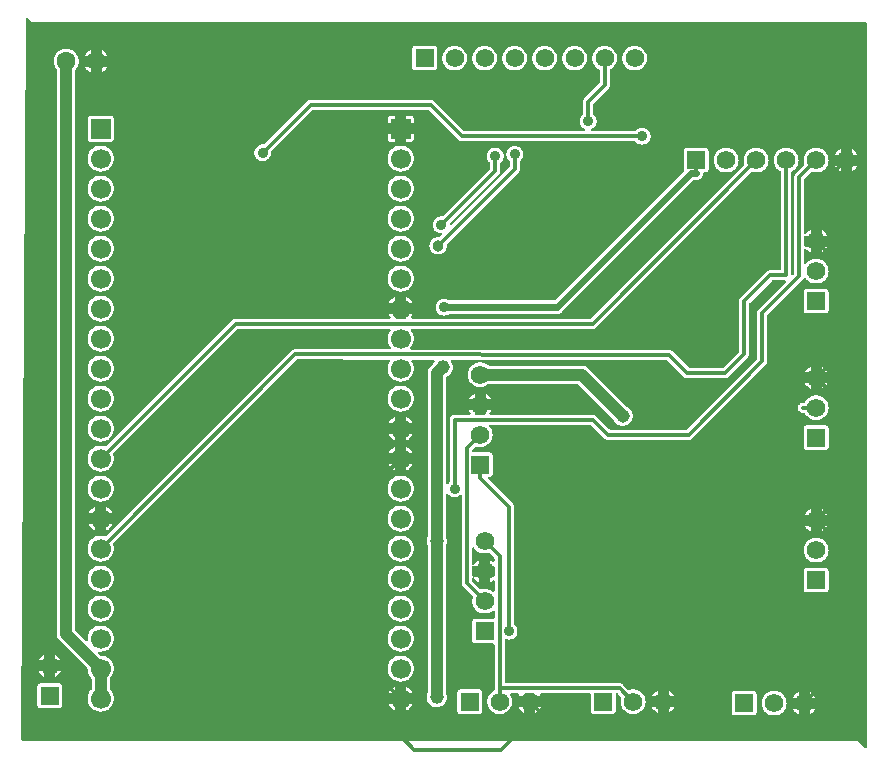
<source format=gbl>
G04 Layer: BottomLayer*
G04 EasyEDA v6.5.22, 2022-12-01 15:05:32*
G04 f9cf6ae4047b4148b17f980a7d3d99a3,3377a35bda5640eaacad09db658d017c,10*
G04 Gerber Generator version 0.2*
G04 Scale: 100 percent, Rotated: No, Reflected: No *
G04 Dimensions in inches *
G04 leading zeros omitted , absolute positions ,3 integer and 6 decimal *
%FSLAX36Y36*%
%MOIN*%

%ADD10C,0.0135*%
%ADD11C,0.0240*%
%ADD12C,0.0400*%
%ADD13R,0.0620X0.0620*%
%ADD14C,0.0620*%
%ADD15C,0.0630*%
%ADD16C,0.0669*%
%ADD17R,0.0669X0.0669*%
%ADD18C,0.0360*%
%ADD19C,0.0450*%
%ADD20C,0.0380*%
%ADD21C,0.0460*%
%ADD22C,0.0103*%

%LPD*%
G36*
X3116000Y-344340D02*
G01*
X3114460Y-344040D01*
X3113180Y-343180D01*
X3090280Y-320280D01*
X3089600Y-320000D01*
X304020Y-320000D01*
X302480Y-319700D01*
X301180Y-318820D01*
X300320Y-317520D01*
X300020Y-315980D01*
X314940Y2085420D01*
X315260Y2086960D01*
X316120Y2088240D01*
X317420Y2089100D01*
X318940Y2089400D01*
X320480Y2089100D01*
X321760Y2088240D01*
X334720Y2075280D01*
X335400Y2075000D01*
X3113340Y2075000D01*
X3114880Y2074700D01*
X3116180Y2073820D01*
X3118820Y2071180D01*
X3119700Y2069880D01*
X3120000Y2068340D01*
X3120000Y-340340D01*
X3119700Y-341880D01*
X3118820Y-343180D01*
X3117540Y-344040D01*
G37*

%LPC*%
G36*
X2810000Y-236200D02*
G01*
X2815380Y-235840D01*
X2820659Y-234780D01*
X2825760Y-233060D01*
X2830600Y-230680D01*
X2835080Y-227680D01*
X2839120Y-224120D01*
X2842679Y-220080D01*
X2845680Y-215600D01*
X2848060Y-210760D01*
X2849780Y-205660D01*
X2850840Y-200380D01*
X2851200Y-195000D01*
X2850840Y-189620D01*
X2849780Y-184340D01*
X2848060Y-179240D01*
X2845680Y-174400D01*
X2842679Y-169920D01*
X2839120Y-165880D01*
X2835080Y-162320D01*
X2830600Y-159320D01*
X2825760Y-156940D01*
X2820659Y-155220D01*
X2815380Y-154160D01*
X2810000Y-153800D01*
X2804620Y-154160D01*
X2799340Y-155220D01*
X2794240Y-156940D01*
X2789400Y-159320D01*
X2784920Y-162320D01*
X2780880Y-165880D01*
X2777320Y-169920D01*
X2774320Y-174400D01*
X2771940Y-179240D01*
X2770220Y-184340D01*
X2769160Y-189620D01*
X2768800Y-195000D01*
X2769160Y-200380D01*
X2770220Y-205660D01*
X2771940Y-210760D01*
X2774320Y-215600D01*
X2777320Y-220080D01*
X2780880Y-224120D01*
X2784920Y-227680D01*
X2789400Y-230680D01*
X2794240Y-233060D01*
X2799340Y-234780D01*
X2804620Y-235840D01*
G37*
G36*
X2679220Y-236200D02*
G01*
X2740779Y-236200D01*
X2743260Y-235920D01*
X2745419Y-235159D01*
X2747340Y-233960D01*
X2748960Y-232340D01*
X2750160Y-230420D01*
X2750920Y-228260D01*
X2751200Y-225780D01*
X2751200Y-164220D01*
X2750920Y-161740D01*
X2750160Y-159580D01*
X2748960Y-157660D01*
X2747340Y-156040D01*
X2745419Y-154840D01*
X2743260Y-154080D01*
X2740779Y-153800D01*
X2679220Y-153800D01*
X2676740Y-154080D01*
X2674580Y-154840D01*
X2672660Y-156040D01*
X2671040Y-157660D01*
X2669840Y-159580D01*
X2669080Y-161740D01*
X2668800Y-164220D01*
X2668800Y-225780D01*
X2669080Y-228260D01*
X2669840Y-230420D01*
X2671040Y-232340D01*
X2672660Y-233960D01*
X2674580Y-235159D01*
X2676740Y-235920D01*
G37*
G36*
X2892000Y-231960D02*
G01*
X2892000Y-213000D01*
X2873039Y-213000D01*
X2874320Y-215600D01*
X2877320Y-220080D01*
X2880880Y-224120D01*
X2884920Y-227680D01*
X2889400Y-230680D01*
G37*
G36*
X2928000Y-231960D02*
G01*
X2930600Y-230680D01*
X2935080Y-227680D01*
X2939120Y-224120D01*
X2942679Y-220080D01*
X2945680Y-215600D01*
X2946960Y-213000D01*
X2928000Y-213000D01*
G37*
G36*
X1764220Y-231200D02*
G01*
X1825780Y-231200D01*
X1828260Y-230920D01*
X1830420Y-230159D01*
X1832340Y-228960D01*
X1833959Y-227340D01*
X1835160Y-225420D01*
X1835920Y-223260D01*
X1836200Y-220780D01*
X1836200Y-159220D01*
X1835920Y-156740D01*
X1835160Y-154580D01*
X1833959Y-152660D01*
X1832340Y-151040D01*
X1830420Y-149840D01*
X1828260Y-149080D01*
X1825780Y-148800D01*
X1764220Y-148800D01*
X1761740Y-149080D01*
X1759580Y-149840D01*
X1757660Y-151040D01*
X1756040Y-152660D01*
X1754840Y-154580D01*
X1754079Y-156740D01*
X1753800Y-159220D01*
X1753800Y-220780D01*
X1754079Y-223260D01*
X1754840Y-225420D01*
X1756040Y-227340D01*
X1757660Y-228960D01*
X1759580Y-230159D01*
X1761740Y-230920D01*
G37*
G36*
X1895000Y-231200D02*
G01*
X1900380Y-230840D01*
X1905660Y-229780D01*
X1910760Y-228060D01*
X1915600Y-225680D01*
X1920080Y-222680D01*
X1924120Y-219120D01*
X1927680Y-215080D01*
X1930680Y-210600D01*
X1933060Y-205760D01*
X1934780Y-200660D01*
X1935840Y-195380D01*
X1936200Y-190000D01*
X1935840Y-184620D01*
X1934780Y-179340D01*
X1933060Y-174240D01*
X1930680Y-169400D01*
X1930280Y-168820D01*
X1929660Y-167220D01*
X1929760Y-165500D01*
X1930560Y-164000D01*
X1931920Y-162960D01*
X1933600Y-162600D01*
X1956399Y-162600D01*
X1958080Y-162960D01*
X1959440Y-164000D01*
X1960240Y-165500D01*
X1960340Y-167220D01*
X1959720Y-168820D01*
X1959319Y-169400D01*
X1958040Y-172000D01*
X1977000Y-172000D01*
X1977000Y-166600D01*
X1977300Y-165060D01*
X1978180Y-163760D01*
X1979460Y-162900D01*
X1981000Y-162600D01*
X2009000Y-162600D01*
X2010540Y-162900D01*
X2011819Y-163760D01*
X2012700Y-165060D01*
X2013000Y-166600D01*
X2013000Y-172000D01*
X2031960Y-172000D01*
X2030680Y-169400D01*
X2030280Y-168820D01*
X2029660Y-167220D01*
X2029760Y-165500D01*
X2030560Y-164000D01*
X2031920Y-162960D01*
X2033600Y-162600D01*
X2194800Y-162600D01*
X2196340Y-162900D01*
X2197620Y-163760D01*
X2198500Y-165060D01*
X2198800Y-166600D01*
X2198800Y-220780D01*
X2199080Y-223260D01*
X2199840Y-225420D01*
X2201040Y-227340D01*
X2202660Y-228960D01*
X2204580Y-230159D01*
X2206740Y-230920D01*
X2209220Y-231200D01*
X2270780Y-231200D01*
X2273260Y-230920D01*
X2275420Y-230159D01*
X2277340Y-228960D01*
X2278960Y-227340D01*
X2280160Y-225420D01*
X2280920Y-223260D01*
X2281200Y-220780D01*
X2281200Y-166600D01*
X2281500Y-165060D01*
X2282380Y-163760D01*
X2283660Y-162900D01*
X2285200Y-162600D01*
X2286960Y-162600D01*
X2288500Y-162900D01*
X2289800Y-163760D01*
X2299760Y-173740D01*
X2300600Y-174940D01*
X2300920Y-176380D01*
X2300720Y-177840D01*
X2300220Y-179340D01*
X2299160Y-184620D01*
X2298800Y-190000D01*
X2299160Y-195380D01*
X2300220Y-200660D01*
X2301940Y-205760D01*
X2304320Y-210600D01*
X2307320Y-215080D01*
X2310880Y-219120D01*
X2314920Y-222680D01*
X2319400Y-225680D01*
X2324240Y-228060D01*
X2329340Y-229780D01*
X2334620Y-230840D01*
X2340000Y-231200D01*
X2345380Y-230840D01*
X2350660Y-229780D01*
X2355760Y-228060D01*
X2360600Y-225680D01*
X2365080Y-222680D01*
X2369120Y-219120D01*
X2372680Y-215080D01*
X2375680Y-210600D01*
X2378060Y-205760D01*
X2379780Y-200660D01*
X2380840Y-195380D01*
X2381200Y-190000D01*
X2380840Y-184620D01*
X2379780Y-179340D01*
X2378060Y-174240D01*
X2375680Y-169400D01*
X2372680Y-164920D01*
X2369120Y-160880D01*
X2365080Y-157320D01*
X2360600Y-154320D01*
X2355760Y-151940D01*
X2350660Y-150220D01*
X2345380Y-149160D01*
X2340000Y-148800D01*
X2334620Y-149160D01*
X2329340Y-150220D01*
X2327840Y-150720D01*
X2326380Y-150920D01*
X2324960Y-150600D01*
X2323740Y-149760D01*
X2307160Y-133200D01*
X2304560Y-131240D01*
X2301760Y-129840D01*
X2298760Y-129000D01*
X2295460Y-128680D01*
X1915960Y-128680D01*
X1914420Y-128379D01*
X1913120Y-127520D01*
X1912260Y-126220D01*
X1911960Y-124680D01*
X1911960Y14460D01*
X1912220Y15880D01*
X1912960Y17120D01*
X1914100Y18000D01*
X1915480Y18420D01*
X1916920Y18340D01*
X1921699Y17160D01*
X1926100Y16820D01*
X1930520Y17160D01*
X1934820Y18200D01*
X1938899Y19880D01*
X1942660Y22200D01*
X1946040Y25059D01*
X1948899Y28440D01*
X1951220Y32200D01*
X1952900Y36300D01*
X1953940Y40599D01*
X1954280Y45000D01*
X1953940Y49420D01*
X1952900Y53720D01*
X1951220Y57800D01*
X1948899Y61560D01*
X1946040Y64940D01*
X1944460Y66280D01*
X1943420Y67640D01*
X1943060Y69320D01*
X1943040Y460020D01*
X1942580Y463240D01*
X1941600Y466220D01*
X1940080Y468940D01*
X1937960Y471480D01*
X1857480Y551980D01*
X1856600Y553260D01*
X1856300Y554800D01*
X1856600Y556340D01*
X1857480Y557620D01*
X1858779Y558500D01*
X1863260Y559080D01*
X1865420Y559840D01*
X1867340Y561040D01*
X1868959Y562660D01*
X1870160Y564580D01*
X1870920Y566740D01*
X1871200Y569220D01*
X1871200Y630780D01*
X1870920Y633260D01*
X1870160Y635420D01*
X1868959Y637340D01*
X1867340Y638960D01*
X1865420Y640160D01*
X1863260Y640920D01*
X1860780Y641200D01*
X1807120Y641200D01*
X1805600Y641500D01*
X1804300Y642380D01*
X1803420Y643660D01*
X1803120Y645200D01*
X1803120Y647500D01*
X1803420Y649020D01*
X1804300Y650320D01*
X1813740Y659760D01*
X1814960Y660600D01*
X1816380Y660920D01*
X1817840Y660720D01*
X1819340Y660220D01*
X1824620Y659160D01*
X1830000Y658800D01*
X1835380Y659160D01*
X1840660Y660220D01*
X1845760Y661940D01*
X1850600Y664320D01*
X1855080Y667320D01*
X1859120Y670879D01*
X1862680Y674920D01*
X1865680Y679400D01*
X1868060Y684240D01*
X1869780Y689340D01*
X1870840Y694620D01*
X1871200Y700000D01*
X1870840Y705380D01*
X1869780Y710660D01*
X1868060Y715759D01*
X1865680Y720600D01*
X1862680Y725080D01*
X1861560Y726360D01*
X1860780Y727660D01*
X1860560Y729180D01*
X1860920Y730639D01*
X1861800Y731880D01*
X1863080Y732700D01*
X1864560Y733000D01*
X2196520Y732860D01*
X2198040Y732540D01*
X2199340Y731680D01*
X2243480Y687560D01*
X2246080Y685600D01*
X2248880Y684200D01*
X2251880Y683360D01*
X2255180Y683040D01*
X2525640Y683060D01*
X2528880Y683520D01*
X2531840Y684500D01*
X2534580Y686020D01*
X2537120Y688139D01*
X2782440Y933480D01*
X2784400Y936080D01*
X2785800Y938880D01*
X2786640Y941880D01*
X2786960Y945180D01*
X2786960Y1096320D01*
X2787260Y1097860D01*
X2788120Y1099140D01*
X2906240Y1217280D01*
X2908200Y1219880D01*
X2909040Y1221560D01*
X2910059Y1222860D01*
X2911540Y1223620D01*
X2913200Y1223740D01*
X2914740Y1223160D01*
X2915940Y1222000D01*
X2917320Y1219920D01*
X2920880Y1215880D01*
X2924920Y1212320D01*
X2929400Y1209320D01*
X2934240Y1206940D01*
X2939340Y1205220D01*
X2944620Y1204160D01*
X2950000Y1203800D01*
X2955380Y1204160D01*
X2960659Y1205220D01*
X2965760Y1206940D01*
X2970600Y1209320D01*
X2975080Y1212320D01*
X2979120Y1215880D01*
X2982679Y1219920D01*
X2985680Y1224400D01*
X2988060Y1229240D01*
X2989780Y1234340D01*
X2990840Y1239620D01*
X2991200Y1245000D01*
X2990840Y1250380D01*
X2989780Y1255660D01*
X2988060Y1260760D01*
X2985680Y1265600D01*
X2982679Y1270080D01*
X2979120Y1274120D01*
X2975080Y1277680D01*
X2970600Y1280680D01*
X2965760Y1283060D01*
X2960659Y1284780D01*
X2955380Y1285840D01*
X2950000Y1286200D01*
X2944620Y1285840D01*
X2939340Y1284780D01*
X2934240Y1283060D01*
X2929400Y1280680D01*
X2924920Y1277680D01*
X2920880Y1274120D01*
X2917760Y1270580D01*
X2916480Y1269600D01*
X2914920Y1269220D01*
X2913340Y1269460D01*
X2911980Y1270320D01*
X2911080Y1271640D01*
X2910760Y1273220D01*
X2910760Y1316780D01*
X2911080Y1318360D01*
X2911980Y1319680D01*
X2913340Y1320540D01*
X2914920Y1320780D01*
X2916480Y1320400D01*
X2917760Y1319420D01*
X2920880Y1315880D01*
X2924920Y1312320D01*
X2929400Y1309319D01*
X2932000Y1308040D01*
X2932000Y1327000D01*
X2914760Y1327000D01*
X2913220Y1327300D01*
X2911920Y1328180D01*
X2911060Y1329460D01*
X2910760Y1331000D01*
X2910760Y1359000D01*
X2911060Y1360540D01*
X2911920Y1361819D01*
X2913220Y1362700D01*
X2914760Y1363000D01*
X2932000Y1363000D01*
X2932000Y1381960D01*
X2929400Y1380680D01*
X2924920Y1377680D01*
X2920880Y1374120D01*
X2917760Y1370580D01*
X2916480Y1369600D01*
X2914920Y1369220D01*
X2913340Y1369460D01*
X2911980Y1370320D01*
X2911080Y1371639D01*
X2910760Y1373220D01*
X2910760Y1550120D01*
X2911060Y1551660D01*
X2911920Y1552940D01*
X2933740Y1574760D01*
X2934960Y1575600D01*
X2936380Y1575920D01*
X2937840Y1575720D01*
X2939340Y1575220D01*
X2944620Y1574160D01*
X2950000Y1573800D01*
X2955380Y1574160D01*
X2960659Y1575220D01*
X2965760Y1576940D01*
X2970600Y1579319D01*
X2975080Y1582320D01*
X2979120Y1585880D01*
X2982679Y1589920D01*
X2985680Y1594400D01*
X2988060Y1599240D01*
X2989780Y1604340D01*
X2990840Y1609620D01*
X2991200Y1615000D01*
X2990840Y1620380D01*
X2989780Y1625660D01*
X2988060Y1630760D01*
X2985680Y1635600D01*
X2982679Y1640080D01*
X2979120Y1644120D01*
X2975080Y1647680D01*
X2970600Y1650680D01*
X2965760Y1653060D01*
X2960659Y1654780D01*
X2955380Y1655840D01*
X2950000Y1656200D01*
X2944620Y1655840D01*
X2939340Y1654780D01*
X2934240Y1653060D01*
X2929400Y1650680D01*
X2924920Y1647680D01*
X2920880Y1644120D01*
X2917320Y1640080D01*
X2914320Y1635600D01*
X2911940Y1630760D01*
X2910220Y1625660D01*
X2909160Y1620380D01*
X2908800Y1615000D01*
X2909160Y1609620D01*
X2910220Y1604340D01*
X2910720Y1602840D01*
X2910920Y1601380D01*
X2910600Y1599960D01*
X2909760Y1598740D01*
X2881360Y1570320D01*
X2879400Y1567720D01*
X2878000Y1564920D01*
X2877160Y1561920D01*
X2876840Y1558620D01*
X2876840Y1237480D01*
X2876540Y1235940D01*
X2875680Y1234660D01*
X2873780Y1232760D01*
X2872480Y1231880D01*
X2870960Y1231580D01*
X2869420Y1231880D01*
X2868120Y1232760D01*
X2867260Y1234060D01*
X2866960Y1235580D01*
X2866960Y1575040D01*
X2867220Y1576500D01*
X2868000Y1577740D01*
X2869180Y1578640D01*
X2870600Y1579319D01*
X2875080Y1582320D01*
X2879120Y1585880D01*
X2882679Y1589920D01*
X2885680Y1594400D01*
X2888060Y1599240D01*
X2889780Y1604340D01*
X2890840Y1609620D01*
X2891200Y1615000D01*
X2890840Y1620380D01*
X2889780Y1625660D01*
X2888060Y1630760D01*
X2885680Y1635600D01*
X2882679Y1640080D01*
X2879120Y1644120D01*
X2875080Y1647680D01*
X2870600Y1650680D01*
X2865760Y1653060D01*
X2860659Y1654780D01*
X2855380Y1655840D01*
X2850000Y1656200D01*
X2844620Y1655840D01*
X2839340Y1654780D01*
X2834240Y1653060D01*
X2829400Y1650680D01*
X2824920Y1647680D01*
X2820880Y1644120D01*
X2817320Y1640080D01*
X2814320Y1635600D01*
X2811940Y1630760D01*
X2810220Y1625660D01*
X2809160Y1620380D01*
X2808800Y1615000D01*
X2809160Y1609620D01*
X2810220Y1604340D01*
X2811940Y1599240D01*
X2814320Y1594400D01*
X2817320Y1589920D01*
X2820880Y1585880D01*
X2824920Y1582320D01*
X2829400Y1579319D01*
X2830820Y1578620D01*
X2832000Y1577740D01*
X2832780Y1576500D01*
X2833039Y1575040D01*
X2833039Y1252160D01*
X2832740Y1250620D01*
X2831880Y1249320D01*
X2830580Y1248460D01*
X2829040Y1248160D01*
X2795560Y1248140D01*
X2792320Y1247680D01*
X2789360Y1246700D01*
X2786640Y1245180D01*
X2784080Y1243060D01*
X2697559Y1156520D01*
X2695600Y1153920D01*
X2694200Y1151120D01*
X2693360Y1148120D01*
X2693039Y1144820D01*
X2693039Y978680D01*
X2692740Y977140D01*
X2691880Y975860D01*
X2639140Y923120D01*
X2637860Y922260D01*
X2636320Y921960D01*
X2528680Y921960D01*
X2527140Y922260D01*
X2525860Y923120D01*
X2471540Y977400D01*
X2468940Y979380D01*
X2466140Y980780D01*
X2463140Y981640D01*
X2459840Y981960D01*
X1599920Y983600D01*
X1598380Y983920D01*
X1597080Y984800D01*
X1596220Y986100D01*
X1595920Y987660D01*
X1596260Y989180D01*
X1597320Y990639D01*
X1600800Y995020D01*
X1603700Y999800D01*
X1605960Y1004920D01*
X1607560Y1010280D01*
X1608460Y1015800D01*
X1608640Y1021400D01*
X1608100Y1026960D01*
X1606860Y1032420D01*
X1604920Y1037680D01*
X1602340Y1042640D01*
X1599460Y1046760D01*
X1598800Y1048360D01*
X1598860Y1050080D01*
X1599680Y1051620D01*
X1601040Y1052680D01*
X1602740Y1053040D01*
X2205640Y1053060D01*
X2208880Y1053520D01*
X2211840Y1054500D01*
X2214580Y1056020D01*
X2217120Y1058140D01*
X2733740Y1574760D01*
X2734960Y1575600D01*
X2736380Y1575920D01*
X2737840Y1575720D01*
X2739340Y1575220D01*
X2744620Y1574160D01*
X2750000Y1573800D01*
X2755380Y1574160D01*
X2760659Y1575220D01*
X2765760Y1576940D01*
X2770600Y1579319D01*
X2775080Y1582320D01*
X2779120Y1585880D01*
X2782679Y1589920D01*
X2785680Y1594400D01*
X2788060Y1599240D01*
X2789780Y1604340D01*
X2790840Y1609620D01*
X2791200Y1615000D01*
X2790840Y1620380D01*
X2789780Y1625660D01*
X2788060Y1630760D01*
X2785680Y1635600D01*
X2782679Y1640080D01*
X2779120Y1644120D01*
X2775080Y1647680D01*
X2770600Y1650680D01*
X2765760Y1653060D01*
X2760659Y1654780D01*
X2755380Y1655840D01*
X2750000Y1656200D01*
X2744620Y1655840D01*
X2739340Y1654780D01*
X2734240Y1653060D01*
X2729400Y1650680D01*
X2724920Y1647680D01*
X2720880Y1644120D01*
X2717320Y1640080D01*
X2714320Y1635600D01*
X2711940Y1630760D01*
X2710220Y1625660D01*
X2709160Y1620380D01*
X2708800Y1615000D01*
X2709160Y1609620D01*
X2710220Y1604340D01*
X2710720Y1602840D01*
X2710920Y1601380D01*
X2710600Y1599960D01*
X2709760Y1598740D01*
X2199160Y1088120D01*
X2197860Y1087260D01*
X2196320Y1086960D01*
X1602680Y1086960D01*
X1601220Y1087220D01*
X1599960Y1088020D01*
X1599079Y1089220D01*
X1598680Y1090660D01*
X1598860Y1092140D01*
X1599540Y1093440D01*
X1600800Y1095020D01*
X1603700Y1099800D01*
X1604139Y1100760D01*
X1584240Y1100760D01*
X1584240Y1090960D01*
X1583920Y1089420D01*
X1583060Y1088120D01*
X1581759Y1087260D01*
X1580240Y1086960D01*
X1549760Y1086960D01*
X1548240Y1087260D01*
X1546940Y1088120D01*
X1546080Y1089420D01*
X1545760Y1090960D01*
X1545760Y1100760D01*
X1525860Y1100760D01*
X1526300Y1099800D01*
X1529199Y1095020D01*
X1530460Y1093440D01*
X1531140Y1092140D01*
X1531320Y1090660D01*
X1530920Y1089220D01*
X1530040Y1088020D01*
X1528779Y1087220D01*
X1527320Y1086960D01*
X1014360Y1086940D01*
X1011120Y1086480D01*
X1008160Y1085500D01*
X1005440Y1083980D01*
X1002880Y1081860D01*
X583220Y662180D01*
X582000Y661360D01*
X580580Y661020D01*
X579120Y661220D01*
X576080Y662220D01*
X570580Y663300D01*
X565000Y663660D01*
X559420Y663300D01*
X553920Y662220D01*
X548620Y660460D01*
X543580Y658040D01*
X538880Y654980D01*
X534620Y651360D01*
X530860Y647220D01*
X527660Y642640D01*
X525080Y637680D01*
X523140Y632420D01*
X521900Y626960D01*
X521360Y621400D01*
X521540Y615800D01*
X522440Y610280D01*
X524040Y604920D01*
X526300Y599800D01*
X529200Y595020D01*
X532680Y590640D01*
X536700Y586760D01*
X541180Y583420D01*
X546060Y580660D01*
X551240Y578560D01*
X556660Y577140D01*
X562200Y576440D01*
X567800Y576440D01*
X573340Y577140D01*
X578760Y578560D01*
X583940Y580660D01*
X588820Y583420D01*
X593300Y586760D01*
X597320Y590640D01*
X600800Y595020D01*
X603700Y599800D01*
X605980Y604920D01*
X607560Y610280D01*
X608460Y615800D01*
X608640Y621400D01*
X608100Y626960D01*
X606860Y632420D01*
X606260Y634000D01*
X606020Y635500D01*
X606340Y636980D01*
X607200Y638220D01*
X1020860Y1051880D01*
X1022140Y1052740D01*
X1023680Y1053040D01*
X1527260Y1053040D01*
X1528959Y1052680D01*
X1530320Y1051620D01*
X1531140Y1050080D01*
X1531200Y1048360D01*
X1530540Y1046760D01*
X1527660Y1042640D01*
X1525080Y1037680D01*
X1523140Y1032420D01*
X1521900Y1026960D01*
X1521360Y1021400D01*
X1521540Y1015800D01*
X1522440Y1010280D01*
X1524040Y1004920D01*
X1526300Y999800D01*
X1529199Y995020D01*
X1532720Y990620D01*
X1533620Y989320D01*
X1533940Y987780D01*
X1533640Y986240D01*
X1532780Y984920D01*
X1531480Y984040D01*
X1529920Y983740D01*
X1211760Y984340D01*
X1208520Y983880D01*
X1205560Y982900D01*
X1202820Y981380D01*
X1200280Y979260D01*
X583220Y362180D01*
X582000Y361360D01*
X580580Y361019D01*
X579120Y361220D01*
X576080Y362220D01*
X570580Y363300D01*
X565000Y363660D01*
X559420Y363300D01*
X553920Y362220D01*
X548620Y360460D01*
X543580Y358040D01*
X538880Y354980D01*
X534620Y351360D01*
X530860Y347220D01*
X527660Y342640D01*
X525080Y337680D01*
X523140Y332420D01*
X521900Y326960D01*
X521360Y321400D01*
X521540Y315800D01*
X522440Y310280D01*
X524040Y304920D01*
X526300Y299800D01*
X529200Y295020D01*
X532680Y290640D01*
X536700Y286760D01*
X541180Y283420D01*
X546060Y280660D01*
X551240Y278560D01*
X556660Y277140D01*
X562200Y276440D01*
X567800Y276440D01*
X573340Y277140D01*
X578760Y278560D01*
X583940Y280660D01*
X588820Y283420D01*
X593300Y286760D01*
X597320Y290640D01*
X600800Y295020D01*
X603700Y299800D01*
X605980Y304920D01*
X607560Y310280D01*
X608460Y315800D01*
X608640Y321400D01*
X608100Y326960D01*
X606860Y332420D01*
X606260Y334000D01*
X606020Y335500D01*
X606340Y336980D01*
X607200Y338220D01*
X1218240Y949260D01*
X1219540Y950120D01*
X1221060Y950440D01*
X1525040Y949840D01*
X1526720Y949460D01*
X1528100Y948420D01*
X1528899Y946880D01*
X1528980Y945160D01*
X1528320Y943560D01*
X1527660Y942640D01*
X1525080Y937680D01*
X1523140Y932420D01*
X1521900Y926960D01*
X1521360Y921400D01*
X1521540Y915800D01*
X1522440Y910280D01*
X1524040Y904920D01*
X1526300Y899800D01*
X1529199Y895020D01*
X1532680Y890639D01*
X1536699Y886760D01*
X1541180Y883420D01*
X1546060Y880660D01*
X1551240Y878560D01*
X1556660Y877140D01*
X1562200Y876440D01*
X1567800Y876440D01*
X1573340Y877140D01*
X1578760Y878560D01*
X1583940Y880660D01*
X1588820Y883420D01*
X1593300Y886760D01*
X1597320Y890639D01*
X1600800Y895020D01*
X1603700Y899800D01*
X1605960Y904920D01*
X1607560Y910280D01*
X1608460Y915800D01*
X1608640Y921400D01*
X1608100Y926960D01*
X1606860Y932420D01*
X1604920Y937680D01*
X1602340Y942640D01*
X1601800Y943400D01*
X1601140Y945000D01*
X1601220Y946740D01*
X1602020Y948259D01*
X1603400Y949320D01*
X1605080Y949700D01*
X1674120Y949560D01*
X1675800Y949200D01*
X1677160Y948160D01*
X1677960Y946660D01*
X1678060Y944940D01*
X1677460Y943360D01*
X1676060Y941240D01*
X1674160Y937220D01*
X1673380Y936080D01*
X1662920Y925600D01*
X1660660Y922880D01*
X1660100Y922080D01*
X1658260Y919040D01*
X1657820Y918160D01*
X1656160Y913980D01*
X1655320Y910540D01*
X1655160Y909580D01*
X1654820Y906060D01*
X1654800Y359460D01*
X1654420Y357760D01*
X1654000Y356860D01*
X1652600Y352220D01*
X1651900Y347420D01*
X1651900Y342580D01*
X1652600Y337780D01*
X1654000Y333140D01*
X1654420Y332239D01*
X1654800Y330540D01*
X1654800Y-160539D01*
X1654420Y-162240D01*
X1654000Y-163140D01*
X1652600Y-167780D01*
X1651900Y-172580D01*
X1651900Y-177420D01*
X1652600Y-182220D01*
X1654000Y-186860D01*
X1656060Y-191240D01*
X1658740Y-195280D01*
X1661960Y-198900D01*
X1665680Y-202000D01*
X1669820Y-204520D01*
X1674280Y-206420D01*
X1678980Y-207640D01*
X1683779Y-208160D01*
X1688640Y-208000D01*
X1693400Y-207120D01*
X1697980Y-205539D01*
X1702280Y-203340D01*
X1706240Y-200520D01*
X1709720Y-197140D01*
X1712680Y-193320D01*
X1715060Y-189080D01*
X1716780Y-184560D01*
X1717840Y-179840D01*
X1718180Y-175000D01*
X1717840Y-170159D01*
X1716780Y-165440D01*
X1715460Y-162000D01*
X1715200Y-160560D01*
X1715200Y330560D01*
X1715460Y332000D01*
X1716780Y335439D01*
X1717840Y340160D01*
X1718180Y345000D01*
X1717840Y349840D01*
X1716780Y354560D01*
X1715460Y358000D01*
X1715200Y359440D01*
X1715200Y500780D01*
X1715520Y502360D01*
X1716440Y503680D01*
X1717820Y504540D01*
X1719400Y504780D01*
X1720960Y504360D01*
X1722240Y503380D01*
X1725060Y500060D01*
X1728440Y497200D01*
X1732200Y494880D01*
X1736279Y493200D01*
X1740600Y492160D01*
X1745000Y491820D01*
X1749400Y492160D01*
X1753720Y493200D01*
X1757800Y494880D01*
X1761560Y497200D01*
X1762620Y498100D01*
X1763940Y498840D01*
X1765420Y499040D01*
X1766900Y498680D01*
X1768120Y497800D01*
X1768940Y496540D01*
X1769220Y495060D01*
X1769240Y203180D01*
X1769680Y199960D01*
X1770680Y197000D01*
X1772200Y194259D01*
X1774319Y191720D01*
X1804760Y161260D01*
X1805600Y160060D01*
X1805920Y158620D01*
X1805720Y157160D01*
X1805220Y155660D01*
X1804160Y150380D01*
X1803800Y145000D01*
X1804160Y139620D01*
X1805220Y134340D01*
X1806940Y129240D01*
X1809319Y124400D01*
X1812320Y119920D01*
X1815880Y115879D01*
X1819920Y112320D01*
X1824400Y109320D01*
X1829240Y106940D01*
X1834340Y105220D01*
X1839620Y104160D01*
X1845000Y103800D01*
X1850380Y104160D01*
X1855660Y105220D01*
X1860760Y106940D01*
X1865600Y109320D01*
X1870080Y112320D01*
X1871420Y113500D01*
X1872720Y114260D01*
X1874220Y114480D01*
X1875700Y114120D01*
X1876940Y113260D01*
X1877760Y111980D01*
X1878040Y110480D01*
X1878040Y90200D01*
X1877740Y88660D01*
X1876879Y87380D01*
X1875580Y86500D01*
X1874040Y86199D01*
X1814220Y86199D01*
X1811740Y85920D01*
X1809580Y85160D01*
X1807660Y83960D01*
X1806040Y82340D01*
X1804840Y80420D01*
X1804079Y78260D01*
X1803800Y75780D01*
X1803800Y14220D01*
X1804079Y11740D01*
X1804840Y9580D01*
X1806040Y7660D01*
X1807660Y6040D01*
X1809580Y4840D01*
X1811740Y4079D01*
X1814220Y3800D01*
X1874040Y3800D01*
X1875580Y3500D01*
X1876879Y2620D01*
X1877740Y1340D01*
X1878040Y-200D01*
X1878040Y-150040D01*
X1877780Y-151500D01*
X1877000Y-152740D01*
X1875820Y-153620D01*
X1874400Y-154320D01*
X1869920Y-157320D01*
X1865880Y-160880D01*
X1862320Y-164920D01*
X1859319Y-169400D01*
X1856940Y-174240D01*
X1855220Y-179340D01*
X1854160Y-184620D01*
X1853800Y-190000D01*
X1854160Y-195380D01*
X1855220Y-200660D01*
X1856940Y-205760D01*
X1859319Y-210600D01*
X1862320Y-215080D01*
X1865880Y-219120D01*
X1869920Y-222680D01*
X1874400Y-225680D01*
X1879240Y-228060D01*
X1884340Y-229780D01*
X1889620Y-230840D01*
G37*
G36*
X2458000Y-226960D02*
G01*
X2460600Y-225680D01*
X2465080Y-222680D01*
X2469120Y-219120D01*
X2472680Y-215080D01*
X2475680Y-210600D01*
X2476960Y-208000D01*
X2458000Y-208000D01*
G37*
G36*
X1977000Y-226960D02*
G01*
X1977000Y-208000D01*
X1958040Y-208000D01*
X1959319Y-210600D01*
X1962320Y-215080D01*
X1965880Y-219120D01*
X1969920Y-222680D01*
X1974400Y-225680D01*
G37*
G36*
X2422000Y-226960D02*
G01*
X2422000Y-208000D01*
X2403040Y-208000D01*
X2404320Y-210600D01*
X2407320Y-215080D01*
X2410880Y-219120D01*
X2414920Y-222680D01*
X2419400Y-225680D01*
G37*
G36*
X2013000Y-226960D02*
G01*
X2015600Y-225680D01*
X2020080Y-222680D01*
X2024120Y-219120D01*
X2027680Y-215080D01*
X2030680Y-210600D01*
X2031960Y-208000D01*
X2013000Y-208000D01*
G37*
G36*
X562200Y-223560D02*
G01*
X567800Y-223560D01*
X573340Y-222860D01*
X578760Y-221439D01*
X583940Y-219340D01*
X588820Y-216580D01*
X593300Y-213240D01*
X597320Y-209360D01*
X600800Y-204980D01*
X603700Y-200200D01*
X605980Y-195080D01*
X607560Y-189720D01*
X608460Y-184200D01*
X608640Y-178600D01*
X608100Y-173039D01*
X606860Y-167580D01*
X604920Y-162320D01*
X602340Y-157360D01*
X599140Y-152780D01*
X596240Y-149600D01*
X595460Y-148340D01*
X595200Y-146900D01*
X595200Y-113100D01*
X595520Y-111540D01*
X596420Y-110220D01*
X597320Y-109360D01*
X600800Y-104980D01*
X603700Y-100200D01*
X605980Y-95079D01*
X607560Y-89720D01*
X608460Y-84200D01*
X608640Y-78600D01*
X608100Y-73040D01*
X606860Y-67580D01*
X604920Y-62320D01*
X602340Y-57360D01*
X599140Y-52779D01*
X595380Y-48640D01*
X591120Y-45020D01*
X586420Y-41960D01*
X581380Y-39540D01*
X576080Y-37780D01*
X570580Y-36700D01*
X565500Y-36380D01*
X564100Y-36020D01*
X562920Y-35220D01*
X557960Y-30240D01*
X557060Y-28860D01*
X556780Y-27240D01*
X557200Y-25660D01*
X558200Y-24360D01*
X559660Y-23580D01*
X561300Y-23440D01*
X562200Y-23560D01*
X567800Y-23560D01*
X573340Y-22860D01*
X578760Y-21440D01*
X583940Y-19340D01*
X588820Y-16580D01*
X593300Y-13240D01*
X597320Y-9360D01*
X600800Y-4980D01*
X603700Y-200D01*
X605980Y4920D01*
X607560Y10280D01*
X608460Y15800D01*
X608640Y21400D01*
X608100Y26960D01*
X606860Y32420D01*
X604920Y37680D01*
X602340Y42640D01*
X599140Y47220D01*
X595380Y51360D01*
X591120Y54980D01*
X586420Y58040D01*
X581380Y60460D01*
X576080Y62220D01*
X570580Y63300D01*
X565000Y63660D01*
X559420Y63300D01*
X553920Y62220D01*
X548620Y60460D01*
X543580Y58040D01*
X538880Y54980D01*
X534620Y51360D01*
X530860Y47220D01*
X527660Y42640D01*
X525080Y37680D01*
X523140Y32420D01*
X521900Y26960D01*
X521360Y21400D01*
X521540Y15960D01*
X521280Y14400D01*
X520439Y13060D01*
X519140Y12160D01*
X517580Y11820D01*
X516040Y12120D01*
X514720Y13000D01*
X481380Y46340D01*
X480500Y47640D01*
X480200Y49160D01*
X480200Y1914840D01*
X480460Y1916260D01*
X481200Y1917480D01*
X483080Y1919620D01*
X486100Y1924160D01*
X488519Y1929040D01*
X490260Y1934220D01*
X491340Y1939560D01*
X491680Y1945000D01*
X491340Y1950440D01*
X490260Y1955780D01*
X488519Y1960960D01*
X486100Y1965840D01*
X483080Y1970380D01*
X479480Y1974480D01*
X475379Y1978080D01*
X470840Y1981100D01*
X465959Y1983520D01*
X460780Y1985260D01*
X455439Y1986339D01*
X450000Y1986680D01*
X444560Y1986339D01*
X439219Y1985260D01*
X434040Y1983520D01*
X429159Y1981100D01*
X424620Y1978080D01*
X420520Y1974480D01*
X416920Y1970380D01*
X413900Y1965840D01*
X411480Y1960960D01*
X409739Y1955780D01*
X408660Y1950440D01*
X408320Y1945000D01*
X408660Y1939560D01*
X409739Y1934220D01*
X411480Y1929040D01*
X413900Y1924160D01*
X416920Y1919620D01*
X418800Y1917480D01*
X419540Y1916240D01*
X419799Y1914840D01*
X419820Y33940D01*
X420160Y30419D01*
X420319Y29460D01*
X421160Y26020D01*
X422819Y21840D01*
X423260Y20960D01*
X425100Y17920D01*
X425660Y17120D01*
X427920Y14400D01*
X520260Y-77980D01*
X521100Y-79200D01*
X521440Y-80680D01*
X521540Y-84200D01*
X522440Y-89720D01*
X524040Y-95079D01*
X526300Y-100200D01*
X529200Y-104980D01*
X532680Y-109360D01*
X533580Y-110220D01*
X534480Y-111540D01*
X534800Y-113100D01*
X534800Y-146900D01*
X534540Y-148340D01*
X533760Y-149600D01*
X530860Y-152780D01*
X527660Y-157360D01*
X525080Y-162320D01*
X523140Y-167580D01*
X521900Y-173039D01*
X521360Y-178600D01*
X521540Y-184200D01*
X522440Y-189720D01*
X524040Y-195080D01*
X526300Y-200200D01*
X529200Y-204980D01*
X532680Y-209360D01*
X536700Y-213240D01*
X541180Y-216580D01*
X546060Y-219340D01*
X551240Y-221439D01*
X556660Y-222860D01*
G37*
G36*
X1545760Y-219160D02*
G01*
X1545760Y-199240D01*
X1525860Y-199240D01*
X1526300Y-200200D01*
X1529199Y-204980D01*
X1532680Y-209360D01*
X1536699Y-213240D01*
X1541180Y-216580D01*
G37*
G36*
X1584240Y-219160D02*
G01*
X1588820Y-216580D01*
X1593300Y-213240D01*
X1597320Y-209360D01*
X1600800Y-204980D01*
X1603700Y-200200D01*
X1604139Y-199240D01*
X1584240Y-199240D01*
G37*
G36*
X364219Y-211200D02*
G01*
X425780Y-211200D01*
X428260Y-210920D01*
X430420Y-210159D01*
X432340Y-208960D01*
X433960Y-207340D01*
X435160Y-205420D01*
X435920Y-203260D01*
X436200Y-200780D01*
X436200Y-139220D01*
X435920Y-136740D01*
X435160Y-134580D01*
X433960Y-132660D01*
X432340Y-131039D01*
X430420Y-129840D01*
X428260Y-129080D01*
X425780Y-128800D01*
X364219Y-128800D01*
X361740Y-129080D01*
X359580Y-129840D01*
X357660Y-131039D01*
X356040Y-132660D01*
X354840Y-134580D01*
X354080Y-136740D01*
X353800Y-139220D01*
X353800Y-200780D01*
X354080Y-203260D01*
X354840Y-205420D01*
X356040Y-207340D01*
X357660Y-208960D01*
X359580Y-210159D01*
X361740Y-210920D01*
G37*
G36*
X2873039Y-177000D02*
G01*
X2892000Y-177000D01*
X2892000Y-158040D01*
X2889400Y-159320D01*
X2884920Y-162320D01*
X2880880Y-165880D01*
X2877320Y-169920D01*
X2874320Y-174400D01*
G37*
G36*
X2928000Y-177000D02*
G01*
X2946960Y-177000D01*
X2945680Y-174400D01*
X2942679Y-169920D01*
X2939120Y-165880D01*
X2935080Y-162320D01*
X2930600Y-159320D01*
X2928000Y-158040D01*
G37*
G36*
X2403040Y-172000D02*
G01*
X2422000Y-172000D01*
X2422000Y-153040D01*
X2419400Y-154320D01*
X2414920Y-157320D01*
X2410880Y-160880D01*
X2407320Y-164920D01*
X2404320Y-169400D01*
G37*
G36*
X2458000Y-172000D02*
G01*
X2476960Y-172000D01*
X2475680Y-169400D01*
X2472680Y-164920D01*
X2469120Y-160880D01*
X2465080Y-157320D01*
X2460600Y-154320D01*
X2458000Y-153040D01*
G37*
G36*
X1525900Y-160760D02*
G01*
X1545760Y-160760D01*
X1545760Y-140900D01*
X1543580Y-141960D01*
X1538880Y-145020D01*
X1534620Y-148640D01*
X1530860Y-152780D01*
X1527660Y-157360D01*
G37*
G36*
X1584240Y-160760D02*
G01*
X1604100Y-160760D01*
X1602340Y-157360D01*
X1599139Y-152780D01*
X1595380Y-148640D01*
X1591120Y-145020D01*
X1586420Y-141960D01*
X1584240Y-140900D01*
G37*
G36*
X1562200Y-123560D02*
G01*
X1567800Y-123560D01*
X1573340Y-122860D01*
X1578760Y-121440D01*
X1583940Y-119340D01*
X1588820Y-116580D01*
X1593300Y-113240D01*
X1597320Y-109360D01*
X1600800Y-104980D01*
X1603700Y-100200D01*
X1605960Y-95079D01*
X1607560Y-89720D01*
X1608460Y-84200D01*
X1608640Y-78600D01*
X1608100Y-73040D01*
X1606860Y-67580D01*
X1604920Y-62320D01*
X1602340Y-57360D01*
X1599139Y-52779D01*
X1595380Y-48640D01*
X1591120Y-45020D01*
X1586420Y-41960D01*
X1581380Y-39540D01*
X1576080Y-37780D01*
X1570580Y-36700D01*
X1565000Y-36340D01*
X1559420Y-36700D01*
X1553920Y-37780D01*
X1548620Y-39540D01*
X1543580Y-41960D01*
X1538880Y-45020D01*
X1534620Y-48640D01*
X1530860Y-52779D01*
X1527660Y-57360D01*
X1525080Y-62320D01*
X1523140Y-67580D01*
X1521900Y-73040D01*
X1521360Y-78600D01*
X1521540Y-84200D01*
X1522440Y-89720D01*
X1524040Y-95079D01*
X1526300Y-100200D01*
X1529199Y-104980D01*
X1532680Y-109360D01*
X1536699Y-113240D01*
X1541180Y-116580D01*
X1546060Y-119340D01*
X1551240Y-121440D01*
X1556660Y-122860D01*
G37*
G36*
X377000Y-106960D02*
G01*
X377000Y-88000D01*
X358040Y-88000D01*
X359320Y-90600D01*
X362320Y-95079D01*
X365880Y-99120D01*
X369920Y-102680D01*
X374400Y-105680D01*
G37*
G36*
X413000Y-106960D02*
G01*
X415600Y-105680D01*
X420080Y-102680D01*
X424120Y-99120D01*
X427680Y-95079D01*
X430680Y-90600D01*
X431960Y-88000D01*
X413000Y-88000D01*
G37*
G36*
X358040Y-52000D02*
G01*
X377000Y-52000D01*
X377000Y-33040D01*
X374400Y-34320D01*
X369920Y-37320D01*
X365880Y-40880D01*
X362320Y-44920D01*
X359320Y-49400D01*
G37*
G36*
X413000Y-52000D02*
G01*
X431960Y-52000D01*
X430680Y-49400D01*
X427680Y-44920D01*
X424120Y-40880D01*
X420080Y-37320D01*
X415600Y-34320D01*
X413000Y-33040D01*
G37*
G36*
X1562200Y-23560D02*
G01*
X1567800Y-23560D01*
X1573340Y-22860D01*
X1578760Y-21440D01*
X1583940Y-19340D01*
X1588820Y-16580D01*
X1593300Y-13240D01*
X1597320Y-9360D01*
X1600800Y-4980D01*
X1603700Y-200D01*
X1605960Y4920D01*
X1607560Y10280D01*
X1608460Y15800D01*
X1608640Y21400D01*
X1608100Y26960D01*
X1606860Y32420D01*
X1604920Y37680D01*
X1602340Y42640D01*
X1599139Y47220D01*
X1595380Y51360D01*
X1591120Y54980D01*
X1586420Y58040D01*
X1581380Y60460D01*
X1576080Y62220D01*
X1570580Y63300D01*
X1565000Y63660D01*
X1559420Y63300D01*
X1553920Y62220D01*
X1548620Y60460D01*
X1543580Y58040D01*
X1538880Y54980D01*
X1534620Y51360D01*
X1530860Y47220D01*
X1527660Y42640D01*
X1525080Y37680D01*
X1523140Y32420D01*
X1521900Y26960D01*
X1521360Y21400D01*
X1521540Y15800D01*
X1522440Y10280D01*
X1524040Y4920D01*
X1526300Y-200D01*
X1529199Y-4980D01*
X1532680Y-9360D01*
X1536699Y-13240D01*
X1541180Y-16580D01*
X1546060Y-19340D01*
X1551240Y-21440D01*
X1556660Y-22860D01*
G37*
G36*
X562200Y76440D02*
G01*
X567800Y76440D01*
X573340Y77140D01*
X578760Y78560D01*
X583940Y80660D01*
X588820Y83420D01*
X593300Y86760D01*
X597320Y90640D01*
X600800Y95020D01*
X603700Y99800D01*
X605980Y104920D01*
X607560Y110280D01*
X608460Y115800D01*
X608640Y121400D01*
X608100Y126960D01*
X606860Y132420D01*
X604920Y137680D01*
X602340Y142640D01*
X599140Y147220D01*
X595380Y151360D01*
X591120Y154980D01*
X586420Y158040D01*
X581380Y160460D01*
X576080Y162220D01*
X570580Y163299D01*
X565000Y163660D01*
X559420Y163299D01*
X553920Y162220D01*
X548620Y160460D01*
X543580Y158040D01*
X538880Y154980D01*
X534620Y151360D01*
X530860Y147220D01*
X527660Y142640D01*
X525080Y137680D01*
X523140Y132420D01*
X521900Y126960D01*
X521360Y121400D01*
X521540Y115800D01*
X522440Y110280D01*
X524040Y104920D01*
X526300Y99800D01*
X529200Y95020D01*
X532680Y90640D01*
X536700Y86760D01*
X541180Y83420D01*
X546060Y80660D01*
X551240Y78560D01*
X556660Y77140D01*
G37*
G36*
X1562200Y76440D02*
G01*
X1567800Y76440D01*
X1573340Y77140D01*
X1578760Y78560D01*
X1583940Y80660D01*
X1588820Y83420D01*
X1593300Y86760D01*
X1597320Y90640D01*
X1600800Y95020D01*
X1603700Y99800D01*
X1605960Y104920D01*
X1607560Y110280D01*
X1608460Y115800D01*
X1608640Y121400D01*
X1608100Y126960D01*
X1606860Y132420D01*
X1604920Y137680D01*
X1602340Y142640D01*
X1599139Y147220D01*
X1595380Y151360D01*
X1591120Y154980D01*
X1586420Y158040D01*
X1581380Y160460D01*
X1576080Y162220D01*
X1570580Y163299D01*
X1565000Y163660D01*
X1559420Y163299D01*
X1553920Y162220D01*
X1548620Y160460D01*
X1543580Y158040D01*
X1538880Y154980D01*
X1534620Y151360D01*
X1530860Y147220D01*
X1527660Y142640D01*
X1525080Y137680D01*
X1523140Y132420D01*
X1521900Y126960D01*
X1521360Y121400D01*
X1521540Y115800D01*
X1522440Y110280D01*
X1524040Y104920D01*
X1526300Y99800D01*
X1529199Y95020D01*
X1532680Y90640D01*
X1536699Y86760D01*
X1541180Y83420D01*
X1546060Y80660D01*
X1551240Y78560D01*
X1556660Y77140D01*
G37*
G36*
X2919220Y173800D02*
G01*
X2980779Y173800D01*
X2983260Y174080D01*
X2985419Y174840D01*
X2987340Y176040D01*
X2988960Y177659D01*
X2990160Y179579D01*
X2990920Y181740D01*
X2991200Y184220D01*
X2991200Y245780D01*
X2990920Y248260D01*
X2990160Y250420D01*
X2988960Y252340D01*
X2987340Y253960D01*
X2985419Y255159D01*
X2983260Y255920D01*
X2980779Y256200D01*
X2919220Y256200D01*
X2916740Y255920D01*
X2914580Y255159D01*
X2912660Y253960D01*
X2911040Y252340D01*
X2909840Y250420D01*
X2909080Y248260D01*
X2908800Y245780D01*
X2908800Y184220D01*
X2909080Y181740D01*
X2909840Y179579D01*
X2911040Y177659D01*
X2912660Y176040D01*
X2914580Y174840D01*
X2916740Y174080D01*
G37*
G36*
X562200Y176439D02*
G01*
X567800Y176439D01*
X573340Y177140D01*
X578760Y178560D01*
X583940Y180660D01*
X588820Y183420D01*
X593300Y186759D01*
X597320Y190640D01*
X600800Y195020D01*
X603700Y199800D01*
X605980Y204920D01*
X607560Y210280D01*
X608460Y215799D01*
X608640Y221400D01*
X608100Y226960D01*
X606860Y232420D01*
X604920Y237680D01*
X602340Y242640D01*
X599140Y247220D01*
X595380Y251360D01*
X591120Y254980D01*
X586420Y258039D01*
X581380Y260460D01*
X576080Y262220D01*
X570580Y263300D01*
X565000Y263660D01*
X559420Y263300D01*
X553920Y262220D01*
X548620Y260460D01*
X543580Y258039D01*
X538880Y254980D01*
X534620Y251360D01*
X530860Y247220D01*
X527660Y242640D01*
X525080Y237680D01*
X523140Y232420D01*
X521900Y226960D01*
X521360Y221400D01*
X521540Y215799D01*
X522440Y210280D01*
X524040Y204920D01*
X526300Y199800D01*
X529200Y195020D01*
X532680Y190640D01*
X536700Y186759D01*
X541180Y183420D01*
X546060Y180660D01*
X551240Y178560D01*
X556660Y177140D01*
G37*
G36*
X1562200Y176439D02*
G01*
X1567800Y176439D01*
X1573340Y177140D01*
X1578760Y178560D01*
X1583940Y180660D01*
X1588820Y183420D01*
X1593300Y186759D01*
X1597320Y190640D01*
X1600800Y195020D01*
X1603700Y199800D01*
X1605960Y204920D01*
X1607560Y210280D01*
X1608460Y215799D01*
X1608640Y221400D01*
X1608100Y226960D01*
X1606860Y232420D01*
X1604920Y237680D01*
X1602340Y242640D01*
X1599139Y247220D01*
X1595380Y251360D01*
X1591120Y254980D01*
X1586420Y258039D01*
X1581380Y260460D01*
X1576080Y262220D01*
X1570580Y263300D01*
X1565000Y263660D01*
X1559420Y263300D01*
X1553920Y262220D01*
X1548620Y260460D01*
X1543580Y258039D01*
X1538880Y254980D01*
X1534620Y251360D01*
X1530860Y247220D01*
X1527660Y242640D01*
X1525080Y237680D01*
X1523140Y232420D01*
X1521900Y226960D01*
X1521360Y221400D01*
X1521540Y215799D01*
X1522440Y210280D01*
X1524040Y204920D01*
X1526300Y199800D01*
X1529199Y195020D01*
X1532680Y190640D01*
X1536699Y186759D01*
X1541180Y183420D01*
X1546060Y180660D01*
X1551240Y178560D01*
X1556660Y177140D01*
G37*
G36*
X2950000Y273800D02*
G01*
X2955380Y274160D01*
X2960659Y275220D01*
X2965760Y276940D01*
X2970600Y279320D01*
X2975080Y282320D01*
X2979120Y285880D01*
X2982679Y289920D01*
X2985680Y294400D01*
X2988060Y299240D01*
X2989780Y304340D01*
X2990840Y309620D01*
X2991200Y315000D01*
X2990840Y320379D01*
X2989780Y325660D01*
X2988060Y330760D01*
X2985680Y335600D01*
X2982679Y340080D01*
X2979120Y344120D01*
X2975080Y347680D01*
X2970600Y350680D01*
X2965760Y353060D01*
X2960659Y354780D01*
X2955380Y355840D01*
X2950000Y356200D01*
X2944620Y355840D01*
X2939340Y354780D01*
X2934240Y353060D01*
X2929400Y350680D01*
X2924920Y347680D01*
X2920880Y344120D01*
X2917320Y340080D01*
X2914320Y335600D01*
X2911940Y330760D01*
X2910220Y325660D01*
X2909160Y320379D01*
X2908800Y315000D01*
X2909160Y309620D01*
X2910220Y304340D01*
X2911940Y299240D01*
X2914320Y294400D01*
X2917320Y289920D01*
X2920880Y285880D01*
X2924920Y282320D01*
X2929400Y279320D01*
X2934240Y276940D01*
X2939340Y275220D01*
X2944620Y274160D01*
G37*
G36*
X1562200Y276440D02*
G01*
X1567800Y276440D01*
X1573340Y277140D01*
X1578760Y278560D01*
X1583940Y280660D01*
X1588820Y283420D01*
X1593300Y286760D01*
X1597320Y290640D01*
X1600800Y295020D01*
X1603700Y299800D01*
X1605960Y304920D01*
X1607560Y310280D01*
X1608460Y315800D01*
X1608640Y321400D01*
X1608100Y326960D01*
X1606860Y332420D01*
X1604920Y337680D01*
X1602340Y342640D01*
X1599139Y347220D01*
X1595380Y351360D01*
X1591120Y354980D01*
X1586420Y358040D01*
X1581380Y360460D01*
X1576080Y362220D01*
X1570580Y363300D01*
X1565000Y363660D01*
X1559420Y363300D01*
X1553920Y362220D01*
X1548620Y360460D01*
X1543580Y358040D01*
X1538880Y354980D01*
X1534620Y351360D01*
X1530860Y347220D01*
X1527660Y342640D01*
X1525080Y337680D01*
X1523140Y332420D01*
X1521900Y326960D01*
X1521360Y321400D01*
X1521540Y315800D01*
X1522440Y310280D01*
X1524040Y304920D01*
X1526300Y299800D01*
X1529199Y295020D01*
X1532680Y290640D01*
X1536699Y286760D01*
X1541180Y283420D01*
X1546060Y280660D01*
X1551240Y278560D01*
X1556660Y277140D01*
G37*
G36*
X1562200Y376440D02*
G01*
X1567800Y376440D01*
X1573340Y377140D01*
X1578760Y378560D01*
X1583940Y380660D01*
X1588820Y383420D01*
X1593300Y386760D01*
X1597320Y390640D01*
X1600800Y395020D01*
X1603700Y399799D01*
X1605960Y404920D01*
X1607560Y410280D01*
X1608460Y415800D01*
X1608640Y421400D01*
X1608100Y426960D01*
X1606860Y432420D01*
X1604920Y437680D01*
X1602340Y442640D01*
X1599139Y447220D01*
X1595380Y451360D01*
X1591120Y454980D01*
X1586420Y458040D01*
X1581380Y460460D01*
X1576080Y462220D01*
X1570580Y463300D01*
X1565000Y463660D01*
X1559420Y463300D01*
X1553920Y462220D01*
X1548620Y460460D01*
X1543580Y458040D01*
X1538880Y454980D01*
X1534620Y451360D01*
X1530860Y447220D01*
X1527660Y442640D01*
X1525080Y437680D01*
X1523140Y432420D01*
X1521900Y426960D01*
X1521360Y421400D01*
X1521540Y415800D01*
X1522440Y410280D01*
X1524040Y404920D01*
X1526300Y399799D01*
X1529199Y395020D01*
X1532680Y390640D01*
X1536699Y386760D01*
X1541180Y383420D01*
X1546060Y380660D01*
X1551240Y378560D01*
X1556660Y377140D01*
G37*
G36*
X2968000Y378040D02*
G01*
X2970600Y379320D01*
X2975080Y382320D01*
X2979120Y385880D01*
X2982679Y389920D01*
X2985680Y394400D01*
X2986960Y397000D01*
X2968000Y397000D01*
G37*
G36*
X2932000Y378040D02*
G01*
X2932000Y397000D01*
X2913039Y397000D01*
X2914320Y394400D01*
X2917320Y389920D01*
X2920880Y385880D01*
X2924920Y382320D01*
X2929400Y379320D01*
G37*
G36*
X545760Y380840D02*
G01*
X545760Y400760D01*
X525860Y400760D01*
X526300Y399799D01*
X529200Y395020D01*
X532680Y390640D01*
X536700Y386760D01*
X541180Y383420D01*
G37*
G36*
X584240Y380840D02*
G01*
X588820Y383420D01*
X593300Y386760D01*
X597320Y390640D01*
X600800Y395020D01*
X603700Y399799D01*
X604140Y400760D01*
X584240Y400760D01*
G37*
G36*
X2913039Y433000D02*
G01*
X2932000Y433000D01*
X2932000Y451960D01*
X2929400Y450680D01*
X2924920Y447680D01*
X2920880Y444120D01*
X2917320Y440080D01*
X2914320Y435600D01*
G37*
G36*
X2968000Y433000D02*
G01*
X2986960Y433000D01*
X2985680Y435600D01*
X2982679Y440080D01*
X2979120Y444120D01*
X2975080Y447680D01*
X2970600Y450680D01*
X2968000Y451960D01*
G37*
G36*
X584240Y439240D02*
G01*
X604100Y439240D01*
X602340Y442640D01*
X599140Y447220D01*
X595380Y451360D01*
X591120Y454980D01*
X586420Y458040D01*
X584240Y459099D01*
G37*
G36*
X525900Y439240D02*
G01*
X545760Y439240D01*
X545760Y459099D01*
X543580Y458040D01*
X538880Y454980D01*
X534620Y451360D01*
X530860Y447220D01*
X527660Y442640D01*
G37*
G36*
X562200Y476440D02*
G01*
X567800Y476440D01*
X573340Y477140D01*
X578760Y478560D01*
X583940Y480660D01*
X588820Y483420D01*
X593300Y486760D01*
X597320Y490640D01*
X600800Y495020D01*
X603700Y499799D01*
X605980Y504920D01*
X607560Y510280D01*
X608460Y515800D01*
X608640Y521400D01*
X608100Y526960D01*
X606860Y532420D01*
X604920Y537680D01*
X602340Y542640D01*
X599140Y547220D01*
X595380Y551360D01*
X591120Y554980D01*
X586420Y558040D01*
X581380Y560460D01*
X576080Y562220D01*
X570580Y563300D01*
X565000Y563660D01*
X559420Y563300D01*
X553920Y562220D01*
X548620Y560460D01*
X543580Y558040D01*
X538880Y554980D01*
X534620Y551360D01*
X530860Y547220D01*
X527660Y542640D01*
X525080Y537680D01*
X523140Y532420D01*
X521900Y526960D01*
X521360Y521400D01*
X521540Y515800D01*
X522440Y510280D01*
X524040Y504920D01*
X526300Y499799D01*
X529200Y495020D01*
X532680Y490640D01*
X536700Y486760D01*
X541180Y483420D01*
X546060Y480660D01*
X551240Y478560D01*
X556660Y477140D01*
G37*
G36*
X1562200Y476440D02*
G01*
X1567800Y476440D01*
X1573340Y477140D01*
X1578760Y478560D01*
X1583940Y480660D01*
X1588820Y483420D01*
X1593300Y486760D01*
X1597320Y490640D01*
X1600800Y495020D01*
X1603700Y499799D01*
X1605960Y504920D01*
X1607560Y510280D01*
X1608460Y515800D01*
X1608640Y521400D01*
X1608100Y526960D01*
X1606860Y532420D01*
X1604920Y537680D01*
X1602340Y542640D01*
X1599139Y547220D01*
X1595380Y551360D01*
X1591120Y554980D01*
X1586420Y558040D01*
X1581380Y560460D01*
X1576080Y562220D01*
X1570580Y563300D01*
X1565000Y563660D01*
X1559420Y563300D01*
X1553920Y562220D01*
X1548620Y560460D01*
X1543580Y558040D01*
X1538880Y554980D01*
X1534620Y551360D01*
X1530860Y547220D01*
X1527660Y542640D01*
X1525080Y537680D01*
X1523140Y532420D01*
X1521900Y526960D01*
X1521360Y521400D01*
X1521540Y515800D01*
X1522440Y510280D01*
X1524040Y504920D01*
X1526300Y499799D01*
X1529199Y495020D01*
X1532680Y490640D01*
X1536699Y486760D01*
X1541180Y483420D01*
X1546060Y480660D01*
X1551240Y478560D01*
X1556660Y477140D01*
G37*
G36*
X1545760Y580840D02*
G01*
X1545760Y600760D01*
X1525860Y600760D01*
X1526300Y599800D01*
X1529199Y595020D01*
X1532680Y590640D01*
X1536699Y586760D01*
X1541180Y583420D01*
G37*
G36*
X1584240Y580840D02*
G01*
X1588820Y583420D01*
X1593300Y586760D01*
X1597320Y590640D01*
X1600800Y595020D01*
X1603700Y599800D01*
X1604139Y600760D01*
X1584240Y600760D01*
G37*
G36*
X1525900Y639240D02*
G01*
X1545760Y639240D01*
X1545760Y659100D01*
X1543580Y658040D01*
X1538880Y654980D01*
X1534620Y651360D01*
X1530860Y647220D01*
X1527660Y642640D01*
G37*
G36*
X1584240Y639240D02*
G01*
X1604100Y639240D01*
X1602340Y642640D01*
X1599139Y647220D01*
X1595380Y651360D01*
X1591120Y654980D01*
X1586420Y658040D01*
X1584240Y659100D01*
G37*
G36*
X2919220Y648800D02*
G01*
X2980779Y648800D01*
X2983260Y649080D01*
X2985419Y649840D01*
X2987340Y651040D01*
X2988960Y652660D01*
X2990160Y654580D01*
X2990920Y656740D01*
X2991200Y659220D01*
X2991200Y720780D01*
X2990920Y723259D01*
X2990160Y725420D01*
X2988960Y727340D01*
X2987340Y728960D01*
X2985419Y730160D01*
X2983260Y730920D01*
X2980779Y731200D01*
X2919220Y731200D01*
X2916740Y730920D01*
X2914580Y730160D01*
X2912660Y728960D01*
X2911040Y727340D01*
X2909840Y725420D01*
X2909080Y723259D01*
X2908800Y720780D01*
X2908800Y659220D01*
X2909080Y656740D01*
X2909840Y654580D01*
X2911040Y652660D01*
X2912660Y651040D01*
X2914580Y649840D01*
X2916740Y649080D01*
G37*
G36*
X562200Y676440D02*
G01*
X567800Y676440D01*
X573340Y677140D01*
X578760Y678560D01*
X583940Y680660D01*
X588820Y683420D01*
X593300Y686760D01*
X597320Y690639D01*
X600800Y695020D01*
X603700Y699800D01*
X605980Y704920D01*
X607560Y710280D01*
X608460Y715800D01*
X608640Y721400D01*
X608100Y726960D01*
X606860Y732420D01*
X604920Y737680D01*
X602340Y742640D01*
X599140Y747220D01*
X595380Y751360D01*
X591120Y754980D01*
X586420Y758040D01*
X581380Y760460D01*
X576080Y762220D01*
X570580Y763300D01*
X565000Y763660D01*
X559420Y763300D01*
X553920Y762220D01*
X548620Y760460D01*
X543580Y758040D01*
X538880Y754980D01*
X534620Y751360D01*
X530860Y747220D01*
X527660Y742640D01*
X525080Y737680D01*
X523140Y732420D01*
X521900Y726960D01*
X521360Y721400D01*
X521540Y715800D01*
X522440Y710280D01*
X524040Y704920D01*
X526300Y699800D01*
X529200Y695020D01*
X532680Y690639D01*
X536700Y686760D01*
X541180Y683420D01*
X546060Y680660D01*
X551240Y678560D01*
X556660Y677140D01*
G37*
G36*
X1545760Y680840D02*
G01*
X1545760Y700759D01*
X1525860Y700759D01*
X1526300Y699800D01*
X1529199Y695020D01*
X1532680Y690639D01*
X1536699Y686760D01*
X1541180Y683420D01*
G37*
G36*
X1584240Y680840D02*
G01*
X1588820Y683420D01*
X1593300Y686760D01*
X1597320Y690639D01*
X1600800Y695020D01*
X1603700Y699800D01*
X1604139Y700759D01*
X1584240Y700759D01*
G37*
G36*
X1525900Y739240D02*
G01*
X1545760Y739240D01*
X1545760Y759100D01*
X1543580Y758040D01*
X1538880Y754980D01*
X1534620Y751360D01*
X1530860Y747220D01*
X1527660Y742640D01*
G37*
G36*
X1584240Y739240D02*
G01*
X1604100Y739240D01*
X1602340Y742640D01*
X1599139Y747220D01*
X1595380Y751360D01*
X1591120Y754980D01*
X1586420Y758040D01*
X1584240Y759100D01*
G37*
G36*
X2950000Y748800D02*
G01*
X2955380Y749160D01*
X2960659Y750220D01*
X2965760Y751940D01*
X2970600Y754320D01*
X2975080Y757320D01*
X2979120Y760879D01*
X2982679Y764920D01*
X2985680Y769400D01*
X2988060Y774240D01*
X2989780Y779340D01*
X2990840Y784620D01*
X2991200Y790000D01*
X2990840Y795380D01*
X2989780Y800660D01*
X2988060Y805759D01*
X2985680Y810600D01*
X2982679Y815080D01*
X2979120Y819120D01*
X2975080Y822680D01*
X2970600Y825680D01*
X2965760Y828060D01*
X2960659Y829780D01*
X2955380Y830840D01*
X2950000Y831200D01*
X2944620Y830840D01*
X2939340Y829780D01*
X2934240Y828060D01*
X2929400Y825680D01*
X2924920Y822680D01*
X2920880Y819120D01*
X2917320Y815080D01*
X2914320Y810600D01*
X2913639Y809180D01*
X2912740Y808000D01*
X2911500Y807220D01*
X2910040Y806960D01*
X2906360Y806960D01*
X2903060Y806640D01*
X2900059Y805800D01*
X2897260Y804400D01*
X2894760Y802520D01*
X2892660Y800200D01*
X2891019Y797540D01*
X2889880Y794640D01*
X2889300Y791560D01*
X2889300Y788439D01*
X2889880Y785360D01*
X2891019Y782460D01*
X2892660Y779800D01*
X2894760Y777480D01*
X2897260Y775600D01*
X2900059Y774200D01*
X2903060Y773360D01*
X2906360Y773040D01*
X2910040Y773040D01*
X2911500Y772780D01*
X2912740Y772000D01*
X2913620Y770819D01*
X2914320Y769400D01*
X2917320Y764920D01*
X2920880Y760879D01*
X2924920Y757320D01*
X2929400Y754320D01*
X2934240Y751940D01*
X2939340Y750220D01*
X2944620Y749160D01*
G37*
G36*
X562200Y776440D02*
G01*
X567800Y776440D01*
X573340Y777140D01*
X578760Y778560D01*
X583940Y780660D01*
X588820Y783420D01*
X593300Y786760D01*
X597320Y790639D01*
X600800Y795020D01*
X603700Y799800D01*
X605980Y804920D01*
X607560Y810280D01*
X608460Y815800D01*
X608640Y821400D01*
X608100Y826960D01*
X606860Y832420D01*
X604920Y837680D01*
X602340Y842640D01*
X599140Y847220D01*
X595380Y851360D01*
X591120Y854980D01*
X586420Y858040D01*
X581380Y860460D01*
X576080Y862220D01*
X570580Y863300D01*
X565000Y863660D01*
X559420Y863300D01*
X553920Y862220D01*
X548620Y860460D01*
X543580Y858040D01*
X538880Y854980D01*
X534620Y851360D01*
X530860Y847220D01*
X527660Y842640D01*
X525080Y837680D01*
X523140Y832420D01*
X521900Y826960D01*
X521360Y821400D01*
X521540Y815800D01*
X522440Y810280D01*
X524040Y804920D01*
X526300Y799800D01*
X529200Y795020D01*
X532680Y790639D01*
X536700Y786760D01*
X541180Y783420D01*
X546060Y780660D01*
X551240Y778560D01*
X556660Y777140D01*
G37*
G36*
X1562200Y776440D02*
G01*
X1567800Y776440D01*
X1573340Y777140D01*
X1578760Y778560D01*
X1583940Y780660D01*
X1588820Y783420D01*
X1593300Y786760D01*
X1597320Y790639D01*
X1600800Y795020D01*
X1603700Y799800D01*
X1605960Y804920D01*
X1607560Y810280D01*
X1608460Y815800D01*
X1608640Y821400D01*
X1608100Y826960D01*
X1606860Y832420D01*
X1604920Y837680D01*
X1602340Y842640D01*
X1599139Y847220D01*
X1595380Y851360D01*
X1591120Y854980D01*
X1586420Y858040D01*
X1581380Y860460D01*
X1576080Y862220D01*
X1570580Y863300D01*
X1565000Y863660D01*
X1559420Y863300D01*
X1553920Y862220D01*
X1548620Y860460D01*
X1543580Y858040D01*
X1538880Y854980D01*
X1534620Y851360D01*
X1530860Y847220D01*
X1527660Y842640D01*
X1525080Y837680D01*
X1523140Y832420D01*
X1521900Y826960D01*
X1521360Y821400D01*
X1521540Y815800D01*
X1522440Y810280D01*
X1524040Y804920D01*
X1526300Y799800D01*
X1529199Y795020D01*
X1532680Y790639D01*
X1536699Y786760D01*
X1541180Y783420D01*
X1546060Y780660D01*
X1551240Y778560D01*
X1556660Y777140D01*
G37*
G36*
X2968000Y853040D02*
G01*
X2970600Y854320D01*
X2975080Y857320D01*
X2979120Y860879D01*
X2982679Y864920D01*
X2985680Y869400D01*
X2986960Y872000D01*
X2968000Y872000D01*
G37*
G36*
X2932000Y853040D02*
G01*
X2932000Y872000D01*
X2913039Y872000D01*
X2914320Y869400D01*
X2917320Y864920D01*
X2920880Y860879D01*
X2924920Y857320D01*
X2929400Y854320D01*
G37*
G36*
X562200Y876440D02*
G01*
X567800Y876440D01*
X573340Y877140D01*
X578760Y878560D01*
X583940Y880660D01*
X588820Y883420D01*
X593300Y886760D01*
X597320Y890639D01*
X600800Y895020D01*
X603700Y899800D01*
X605980Y904920D01*
X607560Y910280D01*
X608460Y915800D01*
X608640Y921400D01*
X608100Y926960D01*
X606860Y932420D01*
X604920Y937680D01*
X602340Y942640D01*
X599140Y947220D01*
X595380Y951360D01*
X591120Y954980D01*
X586420Y958040D01*
X581380Y960460D01*
X576080Y962220D01*
X570580Y963300D01*
X565000Y963660D01*
X559420Y963300D01*
X553920Y962220D01*
X548620Y960460D01*
X543580Y958040D01*
X538880Y954980D01*
X534620Y951360D01*
X530860Y947220D01*
X527660Y942640D01*
X525080Y937680D01*
X523140Y932420D01*
X521900Y926960D01*
X521360Y921400D01*
X521540Y915800D01*
X522440Y910280D01*
X524040Y904920D01*
X526300Y899800D01*
X529200Y895020D01*
X532680Y890639D01*
X536700Y886760D01*
X541180Y883420D01*
X546060Y880660D01*
X551240Y878560D01*
X556660Y877140D01*
G37*
G36*
X2968000Y908000D02*
G01*
X2986960Y908000D01*
X2985680Y910600D01*
X2982679Y915080D01*
X2979120Y919120D01*
X2975080Y922680D01*
X2970600Y925680D01*
X2968000Y926960D01*
G37*
G36*
X2913039Y908000D02*
G01*
X2932000Y908000D01*
X2932000Y926960D01*
X2929400Y925680D01*
X2924920Y922680D01*
X2920880Y919120D01*
X2917320Y915080D01*
X2914320Y910600D01*
G37*
G36*
X562200Y976440D02*
G01*
X567800Y976440D01*
X573340Y977140D01*
X578760Y978560D01*
X583940Y980660D01*
X588820Y983420D01*
X593300Y986760D01*
X597320Y990639D01*
X600800Y995020D01*
X603700Y999800D01*
X605980Y1004920D01*
X607560Y1010280D01*
X608460Y1015800D01*
X608640Y1021400D01*
X608100Y1026960D01*
X606860Y1032420D01*
X604920Y1037680D01*
X602340Y1042640D01*
X599140Y1047220D01*
X595380Y1051360D01*
X591120Y1054980D01*
X586420Y1058040D01*
X581380Y1060460D01*
X576080Y1062220D01*
X570580Y1063300D01*
X565000Y1063660D01*
X559420Y1063300D01*
X553920Y1062220D01*
X548620Y1060460D01*
X543580Y1058040D01*
X538880Y1054980D01*
X534620Y1051360D01*
X530860Y1047220D01*
X527660Y1042640D01*
X525080Y1037680D01*
X523140Y1032420D01*
X521900Y1026960D01*
X521360Y1021400D01*
X521540Y1015800D01*
X522440Y1010280D01*
X524040Y1004920D01*
X526300Y999800D01*
X529200Y995020D01*
X532680Y990639D01*
X536700Y986760D01*
X541180Y983420D01*
X546060Y980660D01*
X551240Y978560D01*
X556660Y977140D01*
G37*
G36*
X562200Y1076440D02*
G01*
X567800Y1076440D01*
X573340Y1077140D01*
X578760Y1078560D01*
X583940Y1080660D01*
X588820Y1083420D01*
X593300Y1086760D01*
X597320Y1090640D01*
X600800Y1095020D01*
X603700Y1099800D01*
X605980Y1104920D01*
X607560Y1110280D01*
X608460Y1115800D01*
X608640Y1121400D01*
X608100Y1126960D01*
X606860Y1132420D01*
X604920Y1137680D01*
X602340Y1142640D01*
X599140Y1147220D01*
X595380Y1151360D01*
X591120Y1154980D01*
X586420Y1158040D01*
X581380Y1160460D01*
X576080Y1162220D01*
X570580Y1163300D01*
X565000Y1163660D01*
X559420Y1163300D01*
X553920Y1162220D01*
X548620Y1160460D01*
X543580Y1158040D01*
X538880Y1154980D01*
X534620Y1151360D01*
X530860Y1147220D01*
X527660Y1142640D01*
X525080Y1137680D01*
X523140Y1132420D01*
X521900Y1126960D01*
X521360Y1121400D01*
X521540Y1115800D01*
X522440Y1110280D01*
X524040Y1104920D01*
X526300Y1099800D01*
X529200Y1095020D01*
X532680Y1090640D01*
X536700Y1086760D01*
X541180Y1083420D01*
X546060Y1080660D01*
X551240Y1078560D01*
X556660Y1077140D01*
G37*
G36*
X1710000Y1096820D02*
G01*
X1714400Y1097160D01*
X1718720Y1098200D01*
X1722800Y1099880D01*
X1726600Y1102220D01*
X1727600Y1102640D01*
X1728680Y1102800D01*
X2086920Y1102800D01*
X2088940Y1102880D01*
X2090860Y1103140D01*
X2092740Y1103560D01*
X2094600Y1104140D01*
X2096380Y1104880D01*
X2098100Y1105780D01*
X2099740Y1106820D01*
X2101260Y1108000D01*
X2102760Y1109360D01*
X2540500Y1547100D01*
X2541800Y1547960D01*
X2543320Y1548280D01*
X2549820Y1548280D01*
X2553860Y1548620D01*
X2557580Y1549620D01*
X2561100Y1551260D01*
X2564260Y1553480D01*
X2567000Y1556220D01*
X2569220Y1559379D01*
X2570840Y1562880D01*
X2571840Y1566620D01*
X2572160Y1570140D01*
X2572559Y1571560D01*
X2573440Y1572740D01*
X2574700Y1573520D01*
X2576139Y1573800D01*
X2580779Y1573800D01*
X2583260Y1574079D01*
X2585419Y1574840D01*
X2587340Y1576040D01*
X2588960Y1577660D01*
X2590160Y1579580D01*
X2590920Y1581740D01*
X2591200Y1584220D01*
X2591200Y1645780D01*
X2590920Y1648260D01*
X2590160Y1650420D01*
X2588960Y1652340D01*
X2587340Y1653959D01*
X2585419Y1655160D01*
X2583260Y1655920D01*
X2580779Y1656200D01*
X2519220Y1656200D01*
X2516740Y1655920D01*
X2514580Y1655160D01*
X2512660Y1653959D01*
X2511040Y1652340D01*
X2509840Y1650420D01*
X2509080Y1648260D01*
X2508800Y1645780D01*
X2508800Y1584220D01*
X2509320Y1580220D01*
X2508980Y1578779D01*
X2508140Y1577540D01*
X2078980Y1148380D01*
X2077680Y1147500D01*
X2076140Y1147200D01*
X1728680Y1147200D01*
X1727600Y1147360D01*
X1726600Y1147780D01*
X1722800Y1150120D01*
X1718720Y1151800D01*
X1714400Y1152840D01*
X1710000Y1153180D01*
X1705600Y1152840D01*
X1701279Y1151800D01*
X1697200Y1150120D01*
X1693440Y1147800D01*
X1690060Y1144940D01*
X1687200Y1141560D01*
X1684880Y1137800D01*
X1683200Y1133720D01*
X1682160Y1129400D01*
X1681819Y1125000D01*
X1682160Y1120600D01*
X1683200Y1116280D01*
X1684880Y1112200D01*
X1687200Y1108440D01*
X1690060Y1105060D01*
X1693440Y1102200D01*
X1697200Y1099880D01*
X1701279Y1098200D01*
X1705600Y1097160D01*
G37*
G36*
X2919220Y1103800D02*
G01*
X2980779Y1103800D01*
X2983260Y1104080D01*
X2985419Y1104840D01*
X2987340Y1106040D01*
X2988960Y1107660D01*
X2990160Y1109580D01*
X2990920Y1111740D01*
X2991200Y1114220D01*
X2991200Y1175780D01*
X2990920Y1178260D01*
X2990160Y1180420D01*
X2988960Y1182340D01*
X2987340Y1183960D01*
X2985419Y1185160D01*
X2983260Y1185920D01*
X2980779Y1186200D01*
X2919220Y1186200D01*
X2916740Y1185920D01*
X2914580Y1185160D01*
X2912660Y1183960D01*
X2911040Y1182340D01*
X2909840Y1180420D01*
X2909080Y1178260D01*
X2908800Y1175780D01*
X2908800Y1114220D01*
X2909080Y1111740D01*
X2909840Y1109580D01*
X2911040Y1107660D01*
X2912660Y1106040D01*
X2914580Y1104840D01*
X2916740Y1104080D01*
G37*
G36*
X1525900Y1139240D02*
G01*
X1545760Y1139240D01*
X1545760Y1159100D01*
X1543580Y1158040D01*
X1538880Y1154980D01*
X1534620Y1151360D01*
X1530860Y1147220D01*
X1527660Y1142640D01*
G37*
G36*
X1584240Y1139240D02*
G01*
X1604100Y1139240D01*
X1602340Y1142640D01*
X1599139Y1147220D01*
X1595380Y1151360D01*
X1591120Y1154980D01*
X1586420Y1158040D01*
X1584240Y1159100D01*
G37*
G36*
X562200Y1176440D02*
G01*
X567800Y1176440D01*
X573340Y1177140D01*
X578760Y1178560D01*
X583940Y1180660D01*
X588820Y1183420D01*
X593300Y1186760D01*
X597320Y1190640D01*
X600800Y1195020D01*
X603700Y1199800D01*
X605980Y1204920D01*
X607560Y1210280D01*
X608460Y1215800D01*
X608640Y1221400D01*
X608100Y1226960D01*
X606860Y1232420D01*
X604920Y1237680D01*
X602340Y1242640D01*
X599140Y1247220D01*
X595380Y1251360D01*
X591120Y1254980D01*
X586420Y1258040D01*
X581380Y1260460D01*
X576080Y1262220D01*
X570580Y1263300D01*
X565000Y1263660D01*
X559420Y1263300D01*
X553920Y1262220D01*
X548620Y1260460D01*
X543580Y1258040D01*
X538880Y1254980D01*
X534620Y1251360D01*
X530860Y1247220D01*
X527660Y1242640D01*
X525080Y1237680D01*
X523140Y1232420D01*
X521900Y1226960D01*
X521360Y1221400D01*
X521540Y1215800D01*
X522440Y1210280D01*
X524040Y1204920D01*
X526300Y1199800D01*
X529200Y1195020D01*
X532680Y1190640D01*
X536700Y1186760D01*
X541180Y1183420D01*
X546060Y1180660D01*
X551240Y1178560D01*
X556660Y1177140D01*
G37*
G36*
X1562200Y1176440D02*
G01*
X1567800Y1176440D01*
X1573340Y1177140D01*
X1578760Y1178560D01*
X1583940Y1180660D01*
X1588820Y1183420D01*
X1593300Y1186760D01*
X1597320Y1190640D01*
X1600800Y1195020D01*
X1603700Y1199800D01*
X1605960Y1204920D01*
X1607560Y1210280D01*
X1608460Y1215800D01*
X1608640Y1221400D01*
X1608100Y1226960D01*
X1606860Y1232420D01*
X1604920Y1237680D01*
X1602340Y1242640D01*
X1599139Y1247220D01*
X1595380Y1251360D01*
X1591120Y1254980D01*
X1586420Y1258040D01*
X1581380Y1260460D01*
X1576080Y1262220D01*
X1570580Y1263300D01*
X1565000Y1263660D01*
X1559420Y1263300D01*
X1553920Y1262220D01*
X1548620Y1260460D01*
X1543580Y1258040D01*
X1538880Y1254980D01*
X1534620Y1251360D01*
X1530860Y1247220D01*
X1527660Y1242640D01*
X1525080Y1237680D01*
X1523140Y1232420D01*
X1521900Y1226960D01*
X1521360Y1221400D01*
X1521540Y1215800D01*
X1522440Y1210280D01*
X1524040Y1204920D01*
X1526300Y1199800D01*
X1529199Y1195020D01*
X1532680Y1190640D01*
X1536699Y1186760D01*
X1541180Y1183420D01*
X1546060Y1180660D01*
X1551240Y1178560D01*
X1556660Y1177140D01*
G37*
G36*
X562200Y1276440D02*
G01*
X567800Y1276440D01*
X573340Y1277140D01*
X578760Y1278560D01*
X583940Y1280660D01*
X588820Y1283420D01*
X593300Y1286759D01*
X597320Y1290640D01*
X600800Y1295020D01*
X603700Y1299800D01*
X605980Y1304920D01*
X607560Y1310280D01*
X608460Y1315800D01*
X608640Y1321399D01*
X608100Y1326960D01*
X606860Y1332420D01*
X604920Y1337680D01*
X602340Y1342640D01*
X599140Y1347220D01*
X595380Y1351360D01*
X591120Y1354980D01*
X586420Y1358040D01*
X581380Y1360460D01*
X576080Y1362220D01*
X570580Y1363300D01*
X565000Y1363660D01*
X559420Y1363300D01*
X553920Y1362220D01*
X548620Y1360460D01*
X543580Y1358040D01*
X538880Y1354980D01*
X534620Y1351360D01*
X530860Y1347220D01*
X527660Y1342640D01*
X525080Y1337680D01*
X523140Y1332420D01*
X521900Y1326960D01*
X521360Y1321399D01*
X521540Y1315800D01*
X522440Y1310280D01*
X524040Y1304920D01*
X526300Y1299800D01*
X529200Y1295020D01*
X532680Y1290640D01*
X536700Y1286759D01*
X541180Y1283420D01*
X546060Y1280660D01*
X551240Y1278560D01*
X556660Y1277140D01*
G37*
G36*
X1562200Y1276440D02*
G01*
X1567800Y1276440D01*
X1573340Y1277140D01*
X1578760Y1278560D01*
X1583940Y1280660D01*
X1588820Y1283420D01*
X1593300Y1286759D01*
X1597320Y1290640D01*
X1600800Y1295020D01*
X1603700Y1299800D01*
X1605960Y1304920D01*
X1607560Y1310280D01*
X1608460Y1315800D01*
X1608640Y1321399D01*
X1608100Y1326960D01*
X1606860Y1332420D01*
X1604920Y1337680D01*
X1602340Y1342640D01*
X1599139Y1347220D01*
X1595380Y1351360D01*
X1591120Y1354980D01*
X1586420Y1358040D01*
X1581380Y1360460D01*
X1576080Y1362220D01*
X1570580Y1363300D01*
X1565000Y1363660D01*
X1559420Y1363300D01*
X1553920Y1362220D01*
X1548620Y1360460D01*
X1543580Y1358040D01*
X1538880Y1354980D01*
X1534620Y1351360D01*
X1530860Y1347220D01*
X1527660Y1342640D01*
X1525080Y1337680D01*
X1523140Y1332420D01*
X1521900Y1326960D01*
X1521360Y1321399D01*
X1521540Y1315800D01*
X1522440Y1310280D01*
X1524040Y1304920D01*
X1526300Y1299800D01*
X1529199Y1295020D01*
X1532680Y1290640D01*
X1536699Y1286759D01*
X1541180Y1283420D01*
X1546060Y1280660D01*
X1551240Y1278560D01*
X1556660Y1277140D01*
G37*
G36*
X1691120Y1300840D02*
G01*
X1695560Y1301339D01*
X1699860Y1302520D01*
X1703940Y1304360D01*
X1707700Y1306780D01*
X1711040Y1309760D01*
X1713880Y1313200D01*
X1716160Y1317040D01*
X1717820Y1321200D01*
X1718839Y1325540D01*
X1719180Y1330000D01*
X1718959Y1333000D01*
X1719199Y1334700D01*
X1720120Y1336140D01*
X1957440Y1573480D01*
X1959400Y1576080D01*
X1960800Y1578880D01*
X1961639Y1581879D01*
X1961960Y1585180D01*
X1961960Y1610680D01*
X1962320Y1612360D01*
X1963360Y1613720D01*
X1964940Y1615060D01*
X1967800Y1618440D01*
X1970120Y1622200D01*
X1971800Y1626279D01*
X1972840Y1630600D01*
X1973180Y1635000D01*
X1972840Y1639400D01*
X1971800Y1643720D01*
X1970120Y1647800D01*
X1967800Y1651560D01*
X1964940Y1654940D01*
X1961560Y1657800D01*
X1957800Y1660120D01*
X1953720Y1661800D01*
X1949400Y1662840D01*
X1945000Y1663180D01*
X1940600Y1662840D01*
X1936279Y1661800D01*
X1932200Y1660120D01*
X1928440Y1657800D01*
X1925060Y1654940D01*
X1922200Y1651560D01*
X1919880Y1647800D01*
X1918200Y1643720D01*
X1917160Y1639400D01*
X1916819Y1635000D01*
X1917160Y1630600D01*
X1918200Y1626279D01*
X1919880Y1622200D01*
X1922200Y1618440D01*
X1925060Y1615060D01*
X1926639Y1613720D01*
X1927680Y1612360D01*
X1928040Y1610680D01*
X1928040Y1593680D01*
X1927740Y1592140D01*
X1926879Y1590860D01*
X1734900Y1398860D01*
X1733640Y1398020D01*
X1732180Y1397700D01*
X1730680Y1397940D01*
X1729379Y1398720D01*
X1728480Y1399920D01*
X1728020Y1402060D01*
X1728260Y1403760D01*
X1729180Y1405220D01*
X1892540Y1568600D01*
X1894520Y1571200D01*
X1895900Y1574000D01*
X1896759Y1577000D01*
X1897060Y1580300D01*
X1897060Y1604520D01*
X1897440Y1606200D01*
X1898460Y1607560D01*
X1900040Y1608920D01*
X1902920Y1612280D01*
X1905220Y1616040D01*
X1906920Y1620140D01*
X1907960Y1624440D01*
X1908300Y1628839D01*
X1907960Y1633260D01*
X1906920Y1637560D01*
X1905220Y1641639D01*
X1902920Y1645420D01*
X1900040Y1648779D01*
X1896680Y1651639D01*
X1892900Y1653959D01*
X1888820Y1655660D01*
X1884520Y1656680D01*
X1880120Y1657040D01*
X1875700Y1656680D01*
X1871399Y1655660D01*
X1867320Y1653959D01*
X1863540Y1651639D01*
X1860180Y1648779D01*
X1857300Y1645420D01*
X1855000Y1641639D01*
X1853300Y1637560D01*
X1852280Y1633260D01*
X1851920Y1628839D01*
X1852280Y1624440D01*
X1853300Y1620140D01*
X1855000Y1616040D01*
X1857300Y1612280D01*
X1860180Y1608920D01*
X1861759Y1607560D01*
X1862800Y1606200D01*
X1863160Y1604520D01*
X1863160Y1588800D01*
X1862860Y1587260D01*
X1861980Y1585960D01*
X1705220Y1429180D01*
X1703760Y1428260D01*
X1702060Y1428020D01*
X1700000Y1428180D01*
X1695600Y1427840D01*
X1691279Y1426800D01*
X1687200Y1425120D01*
X1683440Y1422800D01*
X1680060Y1419940D01*
X1677200Y1416560D01*
X1674880Y1412800D01*
X1673200Y1408720D01*
X1672160Y1404400D01*
X1671819Y1400000D01*
X1672160Y1395600D01*
X1673200Y1391279D01*
X1674880Y1387200D01*
X1677200Y1383440D01*
X1680060Y1380060D01*
X1683440Y1377200D01*
X1687200Y1374880D01*
X1691279Y1373200D01*
X1695600Y1372160D01*
X1698620Y1371920D01*
X1700080Y1371519D01*
X1701279Y1370620D01*
X1702060Y1369319D01*
X1702300Y1367820D01*
X1701980Y1366360D01*
X1701140Y1365100D01*
X1696140Y1360120D01*
X1695180Y1359400D01*
X1694040Y1359000D01*
X1692860Y1358959D01*
X1691120Y1359160D01*
X1686660Y1359000D01*
X1682260Y1358140D01*
X1678060Y1356639D01*
X1674139Y1354500D01*
X1670580Y1351800D01*
X1667480Y1348580D01*
X1664920Y1344920D01*
X1662920Y1340920D01*
X1661579Y1336660D01*
X1660900Y1332240D01*
X1660900Y1327760D01*
X1661579Y1323340D01*
X1662920Y1319079D01*
X1664920Y1315080D01*
X1667480Y1311420D01*
X1670580Y1308200D01*
X1674139Y1305500D01*
X1678060Y1303360D01*
X1682260Y1301860D01*
X1686660Y1301000D01*
G37*
G36*
X2968000Y1308040D02*
G01*
X2970600Y1309319D01*
X2975080Y1312320D01*
X2979120Y1315880D01*
X2982679Y1319920D01*
X2985680Y1324400D01*
X2986960Y1327000D01*
X2968000Y1327000D01*
G37*
G36*
X2968000Y1363000D02*
G01*
X2986960Y1363000D01*
X2985680Y1365600D01*
X2982679Y1370080D01*
X2979120Y1374120D01*
X2975080Y1377680D01*
X2970600Y1380680D01*
X2968000Y1381960D01*
G37*
G36*
X562200Y1376440D02*
G01*
X567800Y1376440D01*
X573340Y1377140D01*
X578760Y1378560D01*
X583940Y1380660D01*
X588820Y1383420D01*
X593300Y1386759D01*
X597320Y1390640D01*
X600800Y1395020D01*
X603700Y1399800D01*
X605980Y1404920D01*
X607560Y1410280D01*
X608460Y1415800D01*
X608640Y1421399D01*
X608100Y1426960D01*
X606860Y1432420D01*
X604920Y1437680D01*
X602340Y1442640D01*
X599140Y1447220D01*
X595380Y1451360D01*
X591120Y1454980D01*
X586420Y1458040D01*
X581380Y1460460D01*
X576080Y1462220D01*
X570580Y1463300D01*
X565000Y1463660D01*
X559420Y1463300D01*
X553920Y1462220D01*
X548620Y1460460D01*
X543580Y1458040D01*
X538880Y1454980D01*
X534620Y1451360D01*
X530860Y1447220D01*
X527660Y1442640D01*
X525080Y1437680D01*
X523140Y1432420D01*
X521900Y1426960D01*
X521360Y1421399D01*
X521540Y1415800D01*
X522440Y1410280D01*
X524040Y1404920D01*
X526300Y1399800D01*
X529200Y1395020D01*
X532680Y1390640D01*
X536700Y1386759D01*
X541180Y1383420D01*
X546060Y1380660D01*
X551240Y1378560D01*
X556660Y1377140D01*
G37*
G36*
X1562200Y1376440D02*
G01*
X1567800Y1376440D01*
X1573340Y1377140D01*
X1578760Y1378560D01*
X1583940Y1380660D01*
X1588820Y1383420D01*
X1593300Y1386759D01*
X1597320Y1390640D01*
X1600800Y1395020D01*
X1603700Y1399800D01*
X1605960Y1404920D01*
X1607560Y1410280D01*
X1608460Y1415800D01*
X1608640Y1421399D01*
X1608100Y1426960D01*
X1606860Y1432420D01*
X1604920Y1437680D01*
X1602340Y1442640D01*
X1599139Y1447220D01*
X1595380Y1451360D01*
X1591120Y1454980D01*
X1586420Y1458040D01*
X1581380Y1460460D01*
X1576080Y1462220D01*
X1570580Y1463300D01*
X1565000Y1463660D01*
X1559420Y1463300D01*
X1553920Y1462220D01*
X1548620Y1460460D01*
X1543580Y1458040D01*
X1538880Y1454980D01*
X1534620Y1451360D01*
X1530860Y1447220D01*
X1527660Y1442640D01*
X1525080Y1437680D01*
X1523140Y1432420D01*
X1521900Y1426960D01*
X1521360Y1421399D01*
X1521540Y1415800D01*
X1522440Y1410280D01*
X1524040Y1404920D01*
X1526300Y1399800D01*
X1529199Y1395020D01*
X1532680Y1390640D01*
X1536699Y1386759D01*
X1541180Y1383420D01*
X1546060Y1380660D01*
X1551240Y1378560D01*
X1556660Y1377140D01*
G37*
G36*
X562200Y1476440D02*
G01*
X567800Y1476440D01*
X573340Y1477140D01*
X578760Y1478560D01*
X583940Y1480660D01*
X588820Y1483420D01*
X593300Y1486759D01*
X597320Y1490640D01*
X600800Y1495020D01*
X603700Y1499800D01*
X605980Y1504920D01*
X607560Y1510280D01*
X608460Y1515800D01*
X608640Y1521399D01*
X608100Y1526960D01*
X606860Y1532420D01*
X604920Y1537680D01*
X602340Y1542640D01*
X599140Y1547220D01*
X595380Y1551360D01*
X591120Y1554980D01*
X586420Y1558040D01*
X581380Y1560460D01*
X576080Y1562220D01*
X570580Y1563300D01*
X565000Y1563660D01*
X559420Y1563300D01*
X553920Y1562220D01*
X548620Y1560460D01*
X543580Y1558040D01*
X538880Y1554980D01*
X534620Y1551360D01*
X530860Y1547220D01*
X527660Y1542640D01*
X525080Y1537680D01*
X523140Y1532420D01*
X521900Y1526960D01*
X521360Y1521399D01*
X521540Y1515800D01*
X522440Y1510280D01*
X524040Y1504920D01*
X526300Y1499800D01*
X529200Y1495020D01*
X532680Y1490640D01*
X536700Y1486759D01*
X541180Y1483420D01*
X546060Y1480660D01*
X551240Y1478560D01*
X556660Y1477140D01*
G37*
G36*
X1562200Y1476440D02*
G01*
X1567800Y1476440D01*
X1573340Y1477140D01*
X1578760Y1478560D01*
X1583940Y1480660D01*
X1588820Y1483420D01*
X1593300Y1486759D01*
X1597320Y1490640D01*
X1600800Y1495020D01*
X1603700Y1499800D01*
X1605960Y1504920D01*
X1607560Y1510280D01*
X1608460Y1515800D01*
X1608640Y1521399D01*
X1608100Y1526960D01*
X1606860Y1532420D01*
X1604920Y1537680D01*
X1602340Y1542640D01*
X1599139Y1547220D01*
X1595380Y1551360D01*
X1591120Y1554980D01*
X1586420Y1558040D01*
X1581380Y1560460D01*
X1576080Y1562220D01*
X1570580Y1563300D01*
X1565000Y1563660D01*
X1559420Y1563300D01*
X1553920Y1562220D01*
X1548620Y1560460D01*
X1543580Y1558040D01*
X1538880Y1554980D01*
X1534620Y1551360D01*
X1530860Y1547220D01*
X1527660Y1542640D01*
X1525080Y1537680D01*
X1523140Y1532420D01*
X1521900Y1526960D01*
X1521360Y1521399D01*
X1521540Y1515800D01*
X1522440Y1510280D01*
X1524040Y1504920D01*
X1526300Y1499800D01*
X1529199Y1495020D01*
X1532680Y1490640D01*
X1536699Y1486759D01*
X1541180Y1483420D01*
X1546060Y1480660D01*
X1551240Y1478560D01*
X1556660Y1477140D01*
G37*
G36*
X2650000Y1573800D02*
G01*
X2655380Y1574160D01*
X2660659Y1575220D01*
X2665760Y1576940D01*
X2670600Y1579319D01*
X2675080Y1582320D01*
X2679120Y1585880D01*
X2682679Y1589920D01*
X2685680Y1594400D01*
X2688060Y1599240D01*
X2689780Y1604340D01*
X2690840Y1609620D01*
X2691200Y1615000D01*
X2690840Y1620380D01*
X2689780Y1625660D01*
X2688060Y1630760D01*
X2685680Y1635600D01*
X2682679Y1640080D01*
X2679120Y1644120D01*
X2675080Y1647680D01*
X2670600Y1650680D01*
X2665760Y1653060D01*
X2660659Y1654780D01*
X2655380Y1655840D01*
X2650000Y1656200D01*
X2644620Y1655840D01*
X2639340Y1654780D01*
X2634240Y1653060D01*
X2629400Y1650680D01*
X2624920Y1647680D01*
X2620880Y1644120D01*
X2617320Y1640080D01*
X2614320Y1635600D01*
X2611940Y1630760D01*
X2610220Y1625660D01*
X2609160Y1620380D01*
X2608800Y1615000D01*
X2609160Y1609620D01*
X2610220Y1604340D01*
X2611940Y1599240D01*
X2614320Y1594400D01*
X2617320Y1589920D01*
X2620880Y1585880D01*
X2624920Y1582320D01*
X2629400Y1579319D01*
X2634240Y1576940D01*
X2639340Y1575220D01*
X2644620Y1574160D01*
G37*
G36*
X562200Y1576440D02*
G01*
X567800Y1576440D01*
X573340Y1577140D01*
X578760Y1578560D01*
X583940Y1580660D01*
X588820Y1583420D01*
X593300Y1586759D01*
X597320Y1590640D01*
X600800Y1595020D01*
X603700Y1599800D01*
X605980Y1604920D01*
X607560Y1610280D01*
X608460Y1615800D01*
X608640Y1621399D01*
X608100Y1626960D01*
X606860Y1632420D01*
X604920Y1637680D01*
X602340Y1642640D01*
X599140Y1647220D01*
X595380Y1651360D01*
X591120Y1654980D01*
X586420Y1658040D01*
X581380Y1660460D01*
X576080Y1662220D01*
X570580Y1663300D01*
X565000Y1663660D01*
X559420Y1663300D01*
X553920Y1662220D01*
X548620Y1660460D01*
X543580Y1658040D01*
X538880Y1654980D01*
X534620Y1651360D01*
X530860Y1647220D01*
X527660Y1642640D01*
X525080Y1637680D01*
X523140Y1632420D01*
X521900Y1626960D01*
X521360Y1621399D01*
X521540Y1615800D01*
X522440Y1610280D01*
X524040Y1604920D01*
X526300Y1599800D01*
X529200Y1595020D01*
X532680Y1590640D01*
X536700Y1586759D01*
X541180Y1583420D01*
X546060Y1580660D01*
X551240Y1578560D01*
X556660Y1577140D01*
G37*
G36*
X1562200Y1576440D02*
G01*
X1567800Y1576440D01*
X1573340Y1577140D01*
X1578760Y1578560D01*
X1583940Y1580660D01*
X1588820Y1583420D01*
X1593300Y1586759D01*
X1597320Y1590640D01*
X1600800Y1595020D01*
X1603700Y1599800D01*
X1605960Y1604920D01*
X1607560Y1610280D01*
X1608460Y1615800D01*
X1608640Y1621399D01*
X1608100Y1626960D01*
X1606860Y1632420D01*
X1604920Y1637680D01*
X1602340Y1642640D01*
X1599139Y1647220D01*
X1595380Y1651360D01*
X1591120Y1654980D01*
X1586420Y1658040D01*
X1581380Y1660460D01*
X1576080Y1662220D01*
X1570580Y1663300D01*
X1565000Y1663660D01*
X1559420Y1663300D01*
X1553920Y1662220D01*
X1548620Y1660460D01*
X1543580Y1658040D01*
X1538880Y1654980D01*
X1534620Y1651360D01*
X1530860Y1647220D01*
X1527660Y1642640D01*
X1525080Y1637680D01*
X1523140Y1632420D01*
X1521900Y1626960D01*
X1521360Y1621399D01*
X1521540Y1615800D01*
X1522440Y1610280D01*
X1524040Y1604920D01*
X1526300Y1599800D01*
X1529199Y1595020D01*
X1532680Y1590640D01*
X1536699Y1586759D01*
X1541180Y1583420D01*
X1546060Y1580660D01*
X1551240Y1578560D01*
X1556660Y1577140D01*
G37*
G36*
X3068000Y1578040D02*
G01*
X3070600Y1579319D01*
X3075080Y1582320D01*
X3079120Y1585880D01*
X3082679Y1589920D01*
X3085680Y1594400D01*
X3086960Y1597000D01*
X3068000Y1597000D01*
G37*
G36*
X3032000Y1578040D02*
G01*
X3032000Y1597000D01*
X3013039Y1597000D01*
X3014320Y1594400D01*
X3017320Y1589920D01*
X3020880Y1585880D01*
X3024920Y1582320D01*
X3029400Y1579319D01*
G37*
G36*
X1105000Y1611819D02*
G01*
X1109400Y1612160D01*
X1113720Y1613200D01*
X1117800Y1614880D01*
X1121560Y1617200D01*
X1124940Y1620060D01*
X1127800Y1623440D01*
X1130120Y1627200D01*
X1131800Y1631279D01*
X1132840Y1635600D01*
X1133180Y1640000D01*
X1133020Y1642060D01*
X1133260Y1643760D01*
X1134180Y1645220D01*
X1270860Y1781879D01*
X1272140Y1782740D01*
X1273680Y1783040D01*
X1656320Y1783040D01*
X1657860Y1782740D01*
X1659139Y1781879D01*
X1758480Y1682560D01*
X1761080Y1680600D01*
X1763880Y1679199D01*
X1766879Y1678360D01*
X1770180Y1678040D01*
X2345680Y1678040D01*
X2347360Y1677680D01*
X2348720Y1676639D01*
X2350060Y1675060D01*
X2353440Y1672200D01*
X2357200Y1669880D01*
X2361280Y1668200D01*
X2365600Y1667160D01*
X2370000Y1666819D01*
X2374400Y1667160D01*
X2378720Y1668200D01*
X2382800Y1669880D01*
X2386560Y1672200D01*
X2389940Y1675060D01*
X2392800Y1678440D01*
X2395120Y1682200D01*
X2396800Y1686279D01*
X2397840Y1690600D01*
X2398180Y1695000D01*
X2397840Y1699400D01*
X2396800Y1703720D01*
X2395120Y1707800D01*
X2392800Y1711560D01*
X2389940Y1714940D01*
X2386560Y1717800D01*
X2382800Y1720120D01*
X2378720Y1721800D01*
X2374400Y1722840D01*
X2370000Y1723180D01*
X2365600Y1722840D01*
X2361280Y1721800D01*
X2357200Y1720120D01*
X2353440Y1717800D01*
X2350060Y1714940D01*
X2348720Y1713360D01*
X2347360Y1712320D01*
X2345680Y1711960D01*
X2203760Y1711960D01*
X2202220Y1712260D01*
X2200920Y1713120D01*
X2200060Y1714420D01*
X2199760Y1715960D01*
X2200060Y1717480D01*
X2200920Y1718779D01*
X2206560Y1722200D01*
X2209940Y1725060D01*
X2212800Y1728440D01*
X2215120Y1732200D01*
X2216800Y1736279D01*
X2217840Y1740600D01*
X2218180Y1745000D01*
X2217840Y1749400D01*
X2216800Y1753720D01*
X2215120Y1757800D01*
X2212800Y1761560D01*
X2209940Y1764940D01*
X2208360Y1766279D01*
X2207320Y1767640D01*
X2206960Y1769319D01*
X2206960Y1801320D01*
X2207260Y1802860D01*
X2208120Y1804139D01*
X2257440Y1853480D01*
X2259400Y1856080D01*
X2260800Y1858880D01*
X2261640Y1861879D01*
X2261960Y1865180D01*
X2261960Y1915040D01*
X2262220Y1916500D01*
X2263000Y1917740D01*
X2264180Y1918640D01*
X2265600Y1919319D01*
X2270080Y1922320D01*
X2274120Y1925880D01*
X2277680Y1929920D01*
X2280680Y1934400D01*
X2283060Y1939240D01*
X2284780Y1944340D01*
X2285840Y1949620D01*
X2286200Y1955000D01*
X2285840Y1960380D01*
X2284780Y1965660D01*
X2283060Y1970760D01*
X2280680Y1975600D01*
X2277680Y1980080D01*
X2274120Y1984120D01*
X2270080Y1987680D01*
X2265600Y1990680D01*
X2260760Y1993060D01*
X2255660Y1994780D01*
X2250380Y1995840D01*
X2245000Y1996200D01*
X2239620Y1995840D01*
X2234340Y1994780D01*
X2229240Y1993060D01*
X2224400Y1990680D01*
X2219920Y1987680D01*
X2215880Y1984120D01*
X2212320Y1980080D01*
X2209320Y1975600D01*
X2206940Y1970760D01*
X2205220Y1965660D01*
X2204160Y1960380D01*
X2203800Y1955000D01*
X2204160Y1949620D01*
X2205220Y1944340D01*
X2206940Y1939240D01*
X2209320Y1934400D01*
X2212320Y1929920D01*
X2215880Y1925880D01*
X2219920Y1922320D01*
X2224400Y1919319D01*
X2225820Y1918640D01*
X2227000Y1917740D01*
X2227780Y1916500D01*
X2228040Y1915040D01*
X2228040Y1873680D01*
X2227740Y1872140D01*
X2226880Y1870860D01*
X2177560Y1821519D01*
X2175600Y1818920D01*
X2174200Y1816120D01*
X2173360Y1813120D01*
X2173040Y1809820D01*
X2173040Y1769319D01*
X2172680Y1767640D01*
X2171640Y1766279D01*
X2170060Y1764940D01*
X2167200Y1761560D01*
X2164880Y1757800D01*
X2163200Y1753720D01*
X2162160Y1749400D01*
X2161820Y1745000D01*
X2162160Y1740600D01*
X2163200Y1736279D01*
X2164880Y1732200D01*
X2167200Y1728440D01*
X2170060Y1725060D01*
X2173440Y1722200D01*
X2179080Y1718779D01*
X2179940Y1717480D01*
X2180240Y1715960D01*
X2179940Y1714420D01*
X2179080Y1713120D01*
X2177780Y1712260D01*
X2176240Y1711960D01*
X1778680Y1711960D01*
X1777140Y1712260D01*
X1775860Y1713120D01*
X1676519Y1812440D01*
X1673920Y1814400D01*
X1671120Y1815800D01*
X1668120Y1816639D01*
X1664820Y1816960D01*
X1264360Y1816940D01*
X1261120Y1816480D01*
X1258160Y1815500D01*
X1255420Y1813980D01*
X1252880Y1811860D01*
X1110220Y1669180D01*
X1108760Y1668260D01*
X1107060Y1668020D01*
X1105000Y1668180D01*
X1100600Y1667840D01*
X1096280Y1666800D01*
X1092200Y1665120D01*
X1088440Y1662800D01*
X1085060Y1659940D01*
X1082200Y1656560D01*
X1079880Y1652800D01*
X1078200Y1648720D01*
X1077160Y1644400D01*
X1076820Y1640000D01*
X1077160Y1635600D01*
X1078200Y1631279D01*
X1079880Y1627200D01*
X1082200Y1623440D01*
X1085060Y1620060D01*
X1088440Y1617200D01*
X1092200Y1614880D01*
X1096280Y1613200D01*
X1100600Y1612160D01*
G37*
G36*
X3068000Y1633000D02*
G01*
X3086960Y1633000D01*
X3085680Y1635600D01*
X3082679Y1640080D01*
X3079120Y1644120D01*
X3075080Y1647680D01*
X3070600Y1650680D01*
X3068000Y1651960D01*
G37*
G36*
X3013039Y1633000D02*
G01*
X3032000Y1633000D01*
X3032000Y1651960D01*
X3029400Y1650680D01*
X3024920Y1647680D01*
X3020880Y1644120D01*
X3017320Y1640080D01*
X3014320Y1635600D01*
G37*
G36*
X1584240Y1676320D02*
G01*
X1598240Y1676320D01*
X1600720Y1676600D01*
X1602880Y1677360D01*
X1604800Y1678580D01*
X1606420Y1680180D01*
X1607640Y1682120D01*
X1608380Y1684259D01*
X1608660Y1686759D01*
X1608660Y1700760D01*
X1584240Y1700760D01*
G37*
G36*
X1531759Y1676320D02*
G01*
X1545760Y1676320D01*
X1545760Y1700760D01*
X1521339Y1700760D01*
X1521339Y1686759D01*
X1521620Y1684259D01*
X1522360Y1682120D01*
X1523580Y1680180D01*
X1525200Y1678580D01*
X1527120Y1677360D01*
X1529280Y1676600D01*
G37*
G36*
X531760Y1676320D02*
G01*
X598240Y1676320D01*
X600720Y1676600D01*
X602880Y1677360D01*
X604800Y1678580D01*
X606420Y1680180D01*
X607640Y1682120D01*
X608380Y1684259D01*
X608660Y1686759D01*
X608660Y1753220D01*
X608380Y1755720D01*
X607640Y1757860D01*
X606420Y1759800D01*
X604800Y1761399D01*
X602880Y1762620D01*
X600720Y1763380D01*
X598240Y1763660D01*
X531760Y1763660D01*
X529280Y1763380D01*
X527120Y1762620D01*
X525200Y1761399D01*
X523579Y1759800D01*
X522360Y1757860D01*
X521620Y1755720D01*
X521340Y1753220D01*
X521340Y1686759D01*
X521620Y1684259D01*
X522360Y1682120D01*
X523579Y1680180D01*
X525200Y1678580D01*
X527120Y1677360D01*
X529280Y1676600D01*
G37*
G36*
X1521339Y1739220D02*
G01*
X1545760Y1739220D01*
X1545760Y1763660D01*
X1531759Y1763660D01*
X1529280Y1763380D01*
X1527120Y1762620D01*
X1525200Y1761399D01*
X1523580Y1759800D01*
X1522360Y1757860D01*
X1521620Y1755720D01*
X1521339Y1753220D01*
G37*
G36*
X1584240Y1739220D02*
G01*
X1608660Y1739220D01*
X1608660Y1753220D01*
X1608380Y1755720D01*
X1607640Y1757860D01*
X1606420Y1759800D01*
X1604800Y1761399D01*
X1602880Y1762620D01*
X1600720Y1763380D01*
X1598240Y1763660D01*
X1584240Y1763660D01*
G37*
G36*
X531760Y1907620D02*
G01*
X531760Y1926759D01*
X512620Y1926759D01*
X513900Y1924160D01*
X516920Y1919620D01*
X520520Y1915520D01*
X524620Y1911920D01*
X529160Y1908899D01*
G37*
G36*
X568240Y1907620D02*
G01*
X570840Y1908899D01*
X575380Y1911920D01*
X579480Y1915520D01*
X583080Y1919620D01*
X586100Y1924160D01*
X587380Y1926759D01*
X568240Y1926759D01*
G37*
G36*
X2145000Y1913800D02*
G01*
X2150380Y1914160D01*
X2155660Y1915220D01*
X2160760Y1916940D01*
X2165600Y1919319D01*
X2170080Y1922320D01*
X2174120Y1925880D01*
X2177680Y1929920D01*
X2180680Y1934400D01*
X2183060Y1939240D01*
X2184780Y1944340D01*
X2185840Y1949620D01*
X2186200Y1955000D01*
X2185840Y1960380D01*
X2184780Y1965660D01*
X2183060Y1970760D01*
X2180680Y1975600D01*
X2177680Y1980080D01*
X2174120Y1984120D01*
X2170080Y1987680D01*
X2165600Y1990680D01*
X2160760Y1993060D01*
X2155660Y1994780D01*
X2150380Y1995840D01*
X2145000Y1996200D01*
X2139620Y1995840D01*
X2134340Y1994780D01*
X2129240Y1993060D01*
X2124400Y1990680D01*
X2119920Y1987680D01*
X2115880Y1984120D01*
X2112320Y1980080D01*
X2109320Y1975600D01*
X2106940Y1970760D01*
X2105220Y1965660D01*
X2104160Y1960380D01*
X2103800Y1955000D01*
X2104160Y1949620D01*
X2105220Y1944340D01*
X2106940Y1939240D01*
X2109320Y1934400D01*
X2112320Y1929920D01*
X2115880Y1925880D01*
X2119920Y1922320D01*
X2124400Y1919319D01*
X2129240Y1916940D01*
X2134340Y1915220D01*
X2139620Y1914160D01*
G37*
G36*
X1745000Y1913800D02*
G01*
X1750380Y1914160D01*
X1755660Y1915220D01*
X1760760Y1916940D01*
X1765600Y1919319D01*
X1770080Y1922320D01*
X1774120Y1925880D01*
X1777680Y1929920D01*
X1780680Y1934400D01*
X1783060Y1939240D01*
X1784780Y1944340D01*
X1785840Y1949620D01*
X1786200Y1955000D01*
X1785840Y1960380D01*
X1784780Y1965660D01*
X1783060Y1970760D01*
X1780680Y1975600D01*
X1777680Y1980080D01*
X1774120Y1984120D01*
X1770080Y1987680D01*
X1765600Y1990680D01*
X1760760Y1993060D01*
X1755660Y1994780D01*
X1750380Y1995840D01*
X1745000Y1996200D01*
X1739620Y1995840D01*
X1734340Y1994780D01*
X1729240Y1993060D01*
X1724400Y1990680D01*
X1719920Y1987680D01*
X1715880Y1984120D01*
X1712320Y1980080D01*
X1709319Y1975600D01*
X1706940Y1970760D01*
X1705220Y1965660D01*
X1704160Y1960380D01*
X1703800Y1955000D01*
X1704160Y1949620D01*
X1705220Y1944340D01*
X1706940Y1939240D01*
X1709319Y1934400D01*
X1712320Y1929920D01*
X1715880Y1925880D01*
X1719920Y1922320D01*
X1724400Y1919319D01*
X1729240Y1916940D01*
X1734340Y1915220D01*
X1739620Y1914160D01*
G37*
G36*
X1945000Y1913800D02*
G01*
X1950380Y1914160D01*
X1955660Y1915220D01*
X1960760Y1916940D01*
X1965600Y1919319D01*
X1970080Y1922320D01*
X1974120Y1925880D01*
X1977680Y1929920D01*
X1980680Y1934400D01*
X1983060Y1939240D01*
X1984780Y1944340D01*
X1985840Y1949620D01*
X1986200Y1955000D01*
X1985840Y1960380D01*
X1984780Y1965660D01*
X1983060Y1970760D01*
X1980680Y1975600D01*
X1977680Y1980080D01*
X1974120Y1984120D01*
X1970080Y1987680D01*
X1965600Y1990680D01*
X1960760Y1993060D01*
X1955660Y1994780D01*
X1950380Y1995840D01*
X1945000Y1996200D01*
X1939620Y1995840D01*
X1934340Y1994780D01*
X1929240Y1993060D01*
X1924400Y1990680D01*
X1919920Y1987680D01*
X1915880Y1984120D01*
X1912320Y1980080D01*
X1909319Y1975600D01*
X1906940Y1970760D01*
X1905220Y1965660D01*
X1904160Y1960380D01*
X1903800Y1955000D01*
X1904160Y1949620D01*
X1905220Y1944340D01*
X1906940Y1939240D01*
X1909319Y1934400D01*
X1912320Y1929920D01*
X1915880Y1925880D01*
X1919920Y1922320D01*
X1924400Y1919319D01*
X1929240Y1916940D01*
X1934340Y1915220D01*
X1939620Y1914160D01*
G37*
G36*
X1845000Y1913800D02*
G01*
X1850380Y1914160D01*
X1855660Y1915220D01*
X1860760Y1916940D01*
X1865600Y1919319D01*
X1870080Y1922320D01*
X1874120Y1925880D01*
X1877680Y1929920D01*
X1880680Y1934400D01*
X1883060Y1939240D01*
X1884780Y1944340D01*
X1885840Y1949620D01*
X1886200Y1955000D01*
X1885840Y1960380D01*
X1884780Y1965660D01*
X1883060Y1970760D01*
X1880680Y1975600D01*
X1877680Y1980080D01*
X1874120Y1984120D01*
X1870080Y1987680D01*
X1865600Y1990680D01*
X1860760Y1993060D01*
X1855660Y1994780D01*
X1850380Y1995840D01*
X1845000Y1996200D01*
X1839620Y1995840D01*
X1834340Y1994780D01*
X1829240Y1993060D01*
X1824400Y1990680D01*
X1819920Y1987680D01*
X1815880Y1984120D01*
X1812320Y1980080D01*
X1809319Y1975600D01*
X1806940Y1970760D01*
X1805220Y1965660D01*
X1804160Y1960380D01*
X1803800Y1955000D01*
X1804160Y1949620D01*
X1805220Y1944340D01*
X1806940Y1939240D01*
X1809319Y1934400D01*
X1812320Y1929920D01*
X1815880Y1925880D01*
X1819920Y1922320D01*
X1824400Y1919319D01*
X1829240Y1916940D01*
X1834340Y1915220D01*
X1839620Y1914160D01*
G37*
G36*
X2045000Y1913800D02*
G01*
X2050380Y1914160D01*
X2055660Y1915220D01*
X2060760Y1916940D01*
X2065600Y1919319D01*
X2070080Y1922320D01*
X2074120Y1925880D01*
X2077680Y1929920D01*
X2080680Y1934400D01*
X2083060Y1939240D01*
X2084780Y1944340D01*
X2085840Y1949620D01*
X2086200Y1955000D01*
X2085840Y1960380D01*
X2084780Y1965660D01*
X2083060Y1970760D01*
X2080680Y1975600D01*
X2077680Y1980080D01*
X2074120Y1984120D01*
X2070080Y1987680D01*
X2065600Y1990680D01*
X2060760Y1993060D01*
X2055660Y1994780D01*
X2050380Y1995840D01*
X2045000Y1996200D01*
X2039620Y1995840D01*
X2034340Y1994780D01*
X2029240Y1993060D01*
X2024400Y1990680D01*
X2019920Y1987680D01*
X2015880Y1984120D01*
X2012320Y1980080D01*
X2009319Y1975600D01*
X2006940Y1970760D01*
X2005220Y1965660D01*
X2004160Y1960380D01*
X2003800Y1955000D01*
X2004160Y1949620D01*
X2005220Y1944340D01*
X2006940Y1939240D01*
X2009319Y1934400D01*
X2012320Y1929920D01*
X2015880Y1925880D01*
X2019920Y1922320D01*
X2024400Y1919319D01*
X2029240Y1916940D01*
X2034340Y1915220D01*
X2039620Y1914160D01*
G37*
G36*
X2345000Y1913800D02*
G01*
X2350380Y1914160D01*
X2355660Y1915220D01*
X2360760Y1916940D01*
X2365600Y1919319D01*
X2370080Y1922320D01*
X2374120Y1925880D01*
X2377680Y1929920D01*
X2380680Y1934400D01*
X2383060Y1939240D01*
X2384780Y1944340D01*
X2385840Y1949620D01*
X2386200Y1955000D01*
X2385840Y1960380D01*
X2384780Y1965660D01*
X2383060Y1970760D01*
X2380680Y1975600D01*
X2377680Y1980080D01*
X2374120Y1984120D01*
X2370080Y1987680D01*
X2365600Y1990680D01*
X2360760Y1993060D01*
X2355660Y1994780D01*
X2350380Y1995840D01*
X2345000Y1996200D01*
X2339620Y1995840D01*
X2334340Y1994780D01*
X2329240Y1993060D01*
X2324400Y1990680D01*
X2319920Y1987680D01*
X2315880Y1984120D01*
X2312320Y1980080D01*
X2309320Y1975600D01*
X2306940Y1970760D01*
X2305220Y1965660D01*
X2304160Y1960380D01*
X2303800Y1955000D01*
X2304160Y1949620D01*
X2305220Y1944340D01*
X2306940Y1939240D01*
X2309320Y1934400D01*
X2312320Y1929920D01*
X2315880Y1925880D01*
X2319920Y1922320D01*
X2324400Y1919319D01*
X2329240Y1916940D01*
X2334340Y1915220D01*
X2339620Y1914160D01*
G37*
G36*
X1614220Y1913800D02*
G01*
X1675780Y1913800D01*
X1678260Y1914079D01*
X1680420Y1914840D01*
X1682340Y1916040D01*
X1683959Y1917660D01*
X1685160Y1919580D01*
X1685920Y1921740D01*
X1686200Y1924220D01*
X1686200Y1985780D01*
X1685920Y1988260D01*
X1685160Y1990420D01*
X1683959Y1992340D01*
X1682340Y1993959D01*
X1680420Y1995160D01*
X1678260Y1995920D01*
X1675780Y1996200D01*
X1614220Y1996200D01*
X1611740Y1995920D01*
X1609580Y1995160D01*
X1607660Y1993959D01*
X1606040Y1992340D01*
X1604840Y1990420D01*
X1604079Y1988260D01*
X1603800Y1985780D01*
X1603800Y1924220D01*
X1604079Y1921740D01*
X1604840Y1919580D01*
X1606040Y1917660D01*
X1607660Y1916040D01*
X1609580Y1914840D01*
X1611740Y1914079D01*
G37*
G36*
X512620Y1963240D02*
G01*
X531760Y1963240D01*
X531760Y1982380D01*
X529160Y1981100D01*
X524620Y1978080D01*
X520520Y1974480D01*
X516920Y1970380D01*
X513900Y1965840D01*
G37*
G36*
X568240Y1963240D02*
G01*
X587380Y1963240D01*
X586100Y1965840D01*
X583080Y1970380D01*
X579480Y1974480D01*
X575380Y1978080D01*
X570840Y1981100D01*
X568240Y1982380D01*
G37*

%LPD*%
G36*
X1719400Y535220D02*
G01*
X1717820Y535460D01*
X1716440Y536320D01*
X1715520Y537640D01*
X1715200Y539220D01*
X1715200Y890639D01*
X1715540Y892260D01*
X1716500Y893600D01*
X1717980Y894460D01*
X1722280Y896660D01*
X1726240Y899479D01*
X1729720Y902860D01*
X1732680Y906680D01*
X1735060Y910920D01*
X1736780Y915440D01*
X1737840Y920160D01*
X1738180Y925000D01*
X1737840Y929840D01*
X1736780Y934560D01*
X1735060Y939080D01*
X1732580Y943480D01*
X1732100Y945060D01*
X1732280Y946700D01*
X1733120Y948139D01*
X1734460Y949100D01*
X1736080Y949440D01*
X2451320Y948060D01*
X2452840Y947760D01*
X2454140Y946900D01*
X2508480Y892560D01*
X2511080Y890600D01*
X2513880Y889200D01*
X2516880Y888360D01*
X2520180Y888040D01*
X2645640Y888060D01*
X2648880Y888520D01*
X2651840Y889500D01*
X2654580Y891020D01*
X2657120Y893139D01*
X2722440Y958480D01*
X2724400Y961080D01*
X2725800Y963880D01*
X2726640Y966880D01*
X2726960Y970180D01*
X2726960Y1136320D01*
X2727260Y1137860D01*
X2728120Y1139140D01*
X2802060Y1213080D01*
X2803340Y1213940D01*
X2804880Y1214240D01*
X2845620Y1214240D01*
X2847140Y1213940D01*
X2848440Y1213080D01*
X2849320Y1211780D01*
X2849620Y1210240D01*
X2849320Y1208720D01*
X2848440Y1207420D01*
X2757559Y1116520D01*
X2755600Y1113920D01*
X2754200Y1111120D01*
X2753360Y1108120D01*
X2753039Y1104820D01*
X2753039Y953680D01*
X2752740Y952140D01*
X2751880Y950860D01*
X2519140Y718120D01*
X2517860Y717260D01*
X2516320Y716960D01*
X2263680Y716960D01*
X2262140Y717260D01*
X2260860Y718120D01*
X2216720Y762220D01*
X2214120Y764200D01*
X2211320Y765580D01*
X2208320Y766440D01*
X2205020Y766760D01*
X1864460Y766900D01*
X1862980Y767180D01*
X1861699Y768020D01*
X1860820Y769240D01*
X1860480Y770720D01*
X1860700Y772220D01*
X1861459Y773540D01*
X1862680Y774920D01*
X1865680Y779400D01*
X1866960Y782000D01*
X1848000Y782000D01*
X1848000Y770900D01*
X1847700Y769380D01*
X1846819Y768080D01*
X1845520Y767220D01*
X1844000Y766900D01*
X1816000Y766919D01*
X1814460Y767220D01*
X1813180Y768100D01*
X1812300Y769400D01*
X1812000Y770920D01*
X1812000Y782000D01*
X1793040Y782000D01*
X1794319Y779400D01*
X1797320Y774920D01*
X1798520Y773560D01*
X1799280Y772260D01*
X1799500Y770759D01*
X1799139Y769280D01*
X1798260Y768040D01*
X1797000Y767220D01*
X1795500Y766940D01*
X1745100Y766960D01*
X1743440Y766880D01*
X1741900Y766660D01*
X1740360Y766300D01*
X1738880Y765800D01*
X1737440Y765180D01*
X1736080Y764419D01*
X1734780Y763520D01*
X1733580Y762540D01*
X1732480Y761420D01*
X1731480Y760220D01*
X1730600Y758920D01*
X1729840Y757560D01*
X1729199Y756120D01*
X1728700Y754640D01*
X1728340Y753120D01*
X1728120Y751580D01*
X1728040Y749900D01*
X1728040Y544320D01*
X1727680Y542640D01*
X1726639Y541280D01*
X1725060Y539940D01*
X1722240Y536620D01*
X1720960Y535640D01*
G37*

%LPC*%
G36*
X2304520Y729860D02*
G01*
X2309300Y730040D01*
X2313980Y730900D01*
X2318500Y732440D01*
X2322760Y734620D01*
X2326640Y737400D01*
X2330060Y740720D01*
X2332980Y744500D01*
X2335320Y748660D01*
X2337020Y753120D01*
X2338060Y757780D01*
X2338420Y762540D01*
X2338060Y767300D01*
X2337020Y771940D01*
X2335320Y776400D01*
X2332980Y780560D01*
X2330060Y784340D01*
X2326640Y787660D01*
X2322760Y790440D01*
X2318740Y792500D01*
X2317740Y793220D01*
X2188840Y922080D01*
X2186120Y924340D01*
X2182300Y926740D01*
X2181420Y927180D01*
X2177220Y928840D01*
X2172820Y929860D01*
X2169300Y930180D01*
X1859400Y930200D01*
X1858000Y930460D01*
X1856759Y931200D01*
X1855080Y932680D01*
X1850600Y935680D01*
X1845760Y938060D01*
X1840660Y939780D01*
X1835380Y940840D01*
X1830000Y941200D01*
X1824620Y940840D01*
X1819340Y939780D01*
X1814240Y938060D01*
X1809400Y935680D01*
X1804920Y932680D01*
X1800880Y929120D01*
X1797320Y925080D01*
X1794319Y920600D01*
X1791940Y915759D01*
X1790220Y910660D01*
X1789160Y905380D01*
X1788800Y900000D01*
X1789160Y894620D01*
X1790220Y889340D01*
X1791940Y884240D01*
X1794319Y879400D01*
X1797320Y874920D01*
X1800880Y870879D01*
X1804920Y867320D01*
X1809400Y864320D01*
X1814240Y861940D01*
X1819340Y860220D01*
X1824620Y859160D01*
X1830000Y858800D01*
X1835380Y859160D01*
X1840660Y860220D01*
X1845760Y861940D01*
X1850600Y864320D01*
X1855080Y867320D01*
X1856780Y868800D01*
X1858000Y869539D01*
X1859400Y869800D01*
X2154080Y869800D01*
X2155620Y869500D01*
X2156920Y868620D01*
X2275140Y750400D01*
X2275920Y749280D01*
X2277220Y746540D01*
X2279840Y742560D01*
X2283040Y739000D01*
X2286700Y735939D01*
X2290780Y733460D01*
X2295160Y731600D01*
X2299780Y730380D01*
G37*
G36*
X1848000Y818000D02*
G01*
X1866960Y818000D01*
X1865680Y820600D01*
X1862680Y825080D01*
X1859120Y829120D01*
X1855080Y832680D01*
X1850600Y835680D01*
X1848000Y836960D01*
G37*
G36*
X1793040Y818000D02*
G01*
X1812000Y818000D01*
X1812000Y836960D01*
X1809400Y835680D01*
X1804920Y832680D01*
X1800880Y829120D01*
X1797320Y825080D01*
X1794319Y820600D01*
G37*

%LPD*%
G36*
X1874220Y175520D02*
G01*
X1872720Y175740D01*
X1871420Y176500D01*
X1870080Y177680D01*
X1865600Y180680D01*
X1860760Y183060D01*
X1855660Y184780D01*
X1850380Y185840D01*
X1845000Y186200D01*
X1839620Y185840D01*
X1834340Y184780D01*
X1832840Y184280D01*
X1831380Y184080D01*
X1829960Y184400D01*
X1828740Y185240D01*
X1804300Y209680D01*
X1803420Y210980D01*
X1803120Y212500D01*
X1803120Y220500D01*
X1803480Y222160D01*
X1804480Y223520D01*
X1805960Y224340D01*
X1807640Y224460D01*
X1809240Y223900D01*
X1810440Y222719D01*
X1812320Y219920D01*
X1815880Y215880D01*
X1819920Y212320D01*
X1824400Y209320D01*
X1827000Y208039D01*
X1827000Y227000D01*
X1807120Y227000D01*
X1805600Y227300D01*
X1804300Y228180D01*
X1803420Y229460D01*
X1803120Y231000D01*
X1803120Y259000D01*
X1803420Y260539D01*
X1804300Y261820D01*
X1805600Y262700D01*
X1807120Y263000D01*
X1827000Y263000D01*
X1827000Y281960D01*
X1824400Y280680D01*
X1819920Y277680D01*
X1815880Y274120D01*
X1812320Y270080D01*
X1810440Y267280D01*
X1809240Y266100D01*
X1807640Y265540D01*
X1805960Y265660D01*
X1804480Y266480D01*
X1803480Y267840D01*
X1803120Y269500D01*
X1803120Y320500D01*
X1803480Y322160D01*
X1804480Y323519D01*
X1805960Y324340D01*
X1807640Y324460D01*
X1809240Y323900D01*
X1810440Y322720D01*
X1812320Y319920D01*
X1815880Y315880D01*
X1819920Y312320D01*
X1824400Y309320D01*
X1829240Y306940D01*
X1834340Y305220D01*
X1839620Y304160D01*
X1845000Y303800D01*
X1850380Y304160D01*
X1855660Y305220D01*
X1857160Y305720D01*
X1858620Y305920D01*
X1860060Y305600D01*
X1861260Y304760D01*
X1876879Y289160D01*
X1877740Y287860D01*
X1878040Y286320D01*
X1878040Y279520D01*
X1877760Y278020D01*
X1876940Y276740D01*
X1875700Y275880D01*
X1874220Y275520D01*
X1872720Y275740D01*
X1871420Y276500D01*
X1870080Y277680D01*
X1865600Y280680D01*
X1863000Y281960D01*
X1863000Y263000D01*
X1874040Y263000D01*
X1875580Y262700D01*
X1876879Y261820D01*
X1877740Y260539D01*
X1878040Y259000D01*
X1878040Y231000D01*
X1877740Y229460D01*
X1876879Y228180D01*
X1875580Y227300D01*
X1874040Y227000D01*
X1863000Y227000D01*
X1863000Y208039D01*
X1865600Y209320D01*
X1870080Y212320D01*
X1871420Y213500D01*
X1872720Y214259D01*
X1874220Y214480D01*
X1875700Y214120D01*
X1876940Y213260D01*
X1877760Y211980D01*
X1878040Y210479D01*
X1878040Y179520D01*
X1877760Y178020D01*
X1876940Y176740D01*
X1875700Y175880D01*
G37*

%LPD*%
D10*
X550000Y1945000D02*
G01*
X870000Y1945000D01*
X910000Y1905000D01*
X910000Y1605000D01*
X1030000Y1485000D01*
X1240000Y1485000D01*
X1474989Y1719989D01*
X1565000Y1719989D01*
X1635000Y1202631D02*
G01*
X1652368Y1220000D01*
X1720000Y1220000D01*
X1565000Y1720000D02*
G01*
X1625000Y1720000D01*
X1635000Y1710000D01*
X1635000Y1165000D01*
X1590000Y1120000D01*
X1565000Y1120000D01*
D11*
X2550000Y1570470D02*
G01*
X2532470Y1570470D01*
X2086999Y1125000D01*
X1710000Y1125000D01*
D12*
X450001Y1945001D02*
G01*
X450001Y35001D01*
X565001Y-79998D01*
D10*
X1745000Y520000D02*
G01*
X1745000Y750000D01*
X2205200Y749800D01*
X2255000Y700000D01*
X2525000Y700000D01*
X2770000Y945000D01*
X2770000Y1105000D01*
X2893800Y1228800D01*
X2893800Y1558800D01*
X2950000Y1615000D01*
D12*
X2305721Y762530D02*
G01*
X2168251Y900001D01*
X1830001Y900001D01*
X1705000Y925000D02*
G01*
X1685000Y905000D01*
X1685000Y-175000D01*
D10*
X1565000Y620000D02*
G01*
X1470000Y525000D01*
X1470000Y-85000D01*
X1565000Y-180000D01*
X1565000Y-180000D02*
G01*
X1565000Y-305000D01*
X1610000Y-350000D01*
X1900000Y-350000D01*
X1995000Y-255000D01*
X1995000Y-190000D01*
X2434988Y-235012D02*
G01*
X2514975Y-315000D01*
X2850000Y-315000D01*
X2910000Y-255000D01*
X2910000Y-195000D01*
X2440000Y-190000D02*
G01*
X2440000Y-230000D01*
X2375000Y-295000D01*
X2100000Y-295000D01*
X1995000Y-190000D01*
X1845001Y345001D02*
G01*
X1895001Y295001D01*
X1895001Y-145639D01*
D12*
X565001Y-169998D02*
G01*
X565001Y-79998D01*
D10*
X565001Y620001D02*
G01*
X1015001Y1070001D01*
X2205001Y1070001D01*
X2750001Y1615001D01*
X565000Y320000D02*
G01*
X1212399Y967399D01*
X2460000Y965000D01*
X2520000Y905000D01*
X2645000Y905000D01*
X2710000Y970000D01*
X2710000Y1145000D01*
X2796201Y1231201D01*
X2850001Y1231201D01*
X2850001Y1615001D01*
X1105000Y1640000D02*
G01*
X1265000Y1800000D01*
X1665000Y1800000D01*
X1770000Y1695000D01*
X2370000Y1695000D01*
X2245000Y1955000D02*
G01*
X2245000Y1865000D01*
X2190000Y1810000D01*
X2190000Y1745000D01*
X1690000Y1330000D02*
G01*
X1945000Y1585000D01*
X1945000Y1635000D01*
X1700000Y1400000D02*
G01*
X1880111Y1580111D01*
X1880111Y1628845D01*
X2950001Y790001D02*
G01*
X2906171Y790001D01*
X2910000Y-195000D02*
G01*
X3060000Y-45000D01*
X3060000Y305000D01*
X2950000Y415000D01*
X2950000Y415000D02*
G01*
X3045000Y510000D01*
X3045000Y795000D01*
X2950000Y890000D01*
X2950000Y890000D02*
G01*
X3055000Y995000D01*
X3055000Y1240000D01*
X2950000Y1345000D01*
X1830001Y555470D02*
G01*
X1926100Y459371D01*
X1926100Y45001D01*
X1895001Y-145639D02*
G01*
X2295640Y-145639D01*
X2340001Y-189998D01*
X1895001Y-145639D02*
G01*
X1895001Y-189998D01*
X565001Y-179998D02*
G01*
X565001Y-169998D01*
X1565001Y720001D02*
G01*
X1565001Y620001D01*
X2950001Y1345001D02*
G01*
X2950001Y1515001D01*
X3050001Y1615001D01*
X1845001Y145001D02*
G01*
X1786171Y203831D01*
X1786171Y656170D01*
X1830001Y700001D01*
X1830001Y600001D02*
G01*
X1830001Y555470D01*
X2550001Y1615001D02*
G01*
X2550001Y1570470D01*
D13*
G01*
X1795000Y-190000D03*
D14*
G01*
X1895000Y-190000D03*
G01*
X1995000Y-190000D03*
D13*
G01*
X2240000Y-190000D03*
D14*
G01*
X2340000Y-190000D03*
G01*
X2440000Y-190000D03*
D13*
G01*
X2710000Y-195000D03*
D14*
G01*
X2810000Y-195000D03*
G01*
X2910000Y-195000D03*
D13*
G01*
X2950000Y215000D03*
D14*
G01*
X2950000Y315000D03*
G01*
X2950000Y415000D03*
D13*
G01*
X2950000Y690000D03*
D14*
G01*
X2950000Y790000D03*
G01*
X2950000Y890000D03*
D13*
G01*
X2950000Y1145000D03*
D14*
G01*
X2950000Y1245000D03*
G01*
X2950000Y1345000D03*
D13*
G01*
X1830000Y600000D03*
D14*
G01*
X1830000Y700000D03*
G01*
X1830000Y800000D03*
G01*
X1830000Y900000D03*
D13*
G01*
X1845000Y45000D03*
D14*
G01*
X1845000Y145000D03*
G01*
X1845000Y245000D03*
G01*
X1845000Y345000D03*
D15*
G01*
X450000Y1945000D03*
G01*
X550000Y1945000D03*
D14*
G01*
X3050000Y1615000D03*
G01*
X2950000Y1615000D03*
G01*
X2850000Y1615000D03*
G01*
X2750000Y1615000D03*
G01*
X2650000Y1615000D03*
D13*
G01*
X2550000Y1615000D03*
G01*
X395000Y-170000D03*
D14*
G01*
X395000Y-70000D03*
D13*
G01*
X1645000Y1955000D03*
D14*
G01*
X1745000Y1955000D03*
G01*
X1845000Y1955000D03*
G01*
X1945000Y1955000D03*
G01*
X2045000Y1955000D03*
G01*
X2145000Y1955000D03*
G01*
X2245000Y1955000D03*
G01*
X2345000Y1955000D03*
D16*
G01*
X1565000Y1620000D03*
G01*
X1565000Y1520000D03*
G01*
X1565000Y1420000D03*
G01*
X1565000Y1320000D03*
G01*
X1565000Y1220000D03*
G01*
X1565000Y1120000D03*
G01*
X1565000Y1020000D03*
G01*
X1565000Y920000D03*
G01*
X1565000Y820000D03*
G01*
X1565000Y720000D03*
G01*
X1565000Y620000D03*
G01*
X1565000Y520000D03*
G01*
X1565000Y420000D03*
G01*
X1565000Y320000D03*
G01*
X1565000Y220000D03*
G01*
X565000Y1520000D03*
G01*
X565000Y1420000D03*
G01*
X565000Y1320000D03*
G01*
X565000Y1220000D03*
G01*
X565000Y1120000D03*
G01*
X565000Y1020000D03*
G01*
X565000Y920000D03*
G01*
X565000Y820000D03*
G01*
X565000Y720000D03*
G01*
X565000Y620000D03*
G01*
X565000Y520000D03*
G01*
X565000Y420000D03*
G01*
X565000Y320000D03*
G01*
X565000Y220000D03*
G01*
X565000Y1620000D03*
G01*
X1565000Y120000D03*
G01*
X1565000Y20000D03*
D17*
G01*
X1565000Y1719989D03*
G01*
X565000Y1719989D03*
D16*
G01*
X565000Y120000D03*
G01*
X565000Y20000D03*
G01*
X1565000Y-80000D03*
G01*
X565000Y-80000D03*
G01*
X565000Y-180000D03*
G01*
X1565000Y-180000D03*
D18*
G01*
X1926100Y45001D03*
D19*
G01*
X2305721Y762530D03*
D18*
G01*
X1700000Y1400000D03*
G01*
X1880110Y1628845D03*
D20*
G01*
X1690000Y1330000D03*
D18*
G01*
X1945000Y1635000D03*
G01*
X2190000Y1745000D03*
G01*
X2370000Y1695000D03*
G01*
X1105000Y1640000D03*
G01*
X1710000Y1125000D03*
D21*
G01*
X1685000Y-175000D03*
G01*
X1705000Y925000D03*
D18*
G01*
X1745000Y520000D03*
D21*
G01*
X1685000Y345000D03*
D18*
G01*
X1720000Y1220000D03*
G01*
X2645000Y2035000D03*
G01*
X2985000Y2015000D03*
G01*
X2575000Y1910000D03*
M02*

</source>
